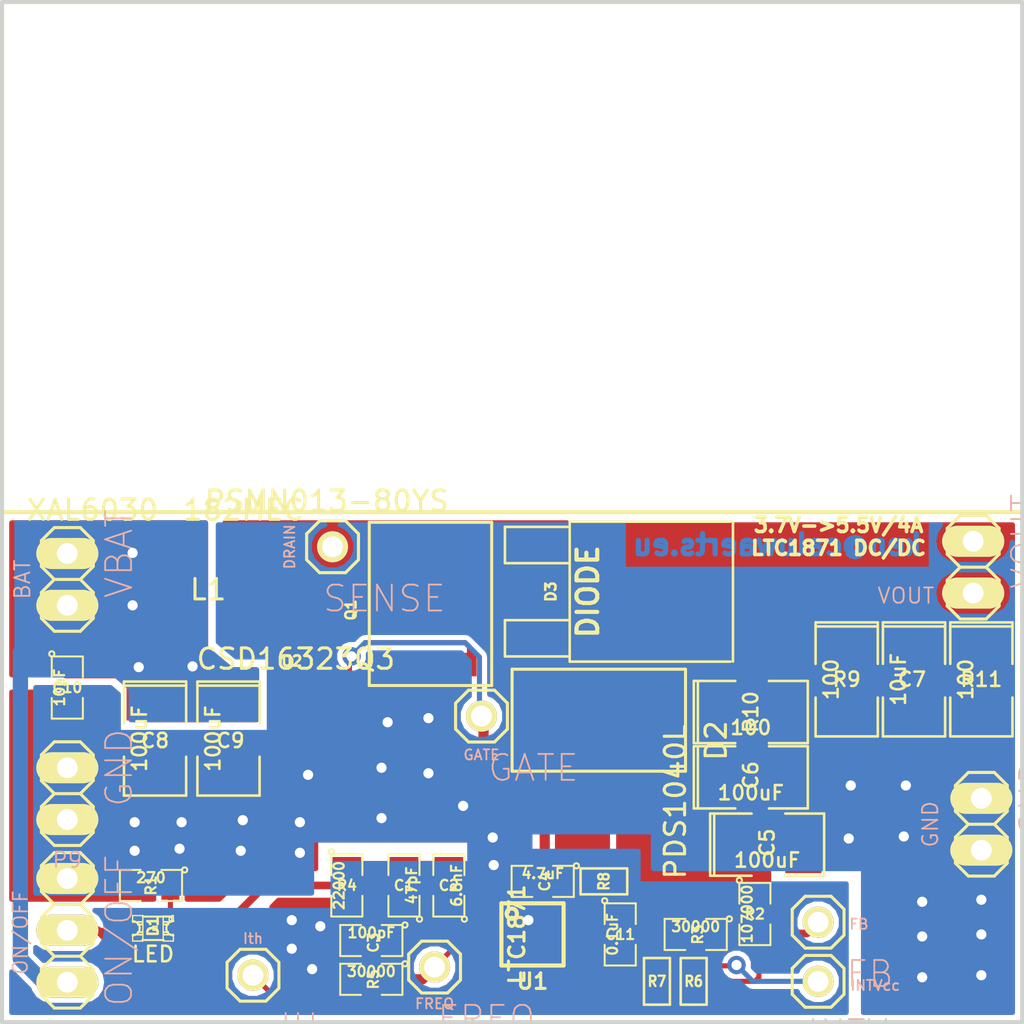
<source format=kicad_pcb>
(kicad_pcb (version 3) (host pcbnew "(2013-mar-13)-testing")

  (general
    (links 83)
    (no_connects 0)
    (area 11.699999 11.699999 63.21945 63.21945)
    (thickness 1.6)
    (drawings 7)
    (tracks 309)
    (zones 0)
    (modules 40)
    (nets 14)
  )

  (page A4)
  (layers
    (15 F.Cu signal hide)
    (0 B.Cu signal hide)
    (16 B.Adhes user)
    (17 F.Adhes user)
    (18 B.Paste user)
    (19 F.Paste user)
    (20 B.SilkS user)
    (21 F.SilkS user)
    (22 B.Mask user)
    (23 F.Mask user)
    (24 Dwgs.User user)
    (25 Cmts.User user)
    (26 Eco1.User user)
    (27 Eco2.User user)
    (28 Edge.Cuts user)
  )

  (setup
    (last_trace_width 0.25)
    (user_trace_width 0.25)
    (user_trace_width 0.375)
    (user_trace_width 0.5)
    (user_trace_width 0.75)
    (user_trace_width 1)
    (trace_clearance 0.2)
    (zone_clearance 0.5)
    (zone_45_only no)
    (trace_min 0.25)
    (segment_width 0.2)
    (edge_width 0.2)
    (via_size 0.9)
    (via_drill 0.5)
    (via_min_size 0.9)
    (via_min_drill 0.5)
    (uvia_size 0.9)
    (uvia_drill 0.5)
    (uvias_allowed no)
    (uvia_min_size 0.9)
    (uvia_min_drill 0.5)
    (pcb_text_width 0.3)
    (pcb_text_size 1.5 1.5)
    (mod_edge_width 0.15)
    (mod_text_size 1.5 1.5)
    (mod_text_width 0.15)
    (pad_size 1.9 2.45)
    (pad_drill 0)
    (pad_to_mask_clearance 0.2)
    (aux_axis_origin 0 0)
    (visible_elements FFFEFFFF)
    (pcbplotparams
      (layerselection 536838145)
      (usegerberextensions true)
      (excludeedgelayer true)
      (linewidth 0.100000)
      (plotframeref false)
      (viasonmask false)
      (mode 1)
      (useauxorigin false)
      (hpglpennumber 1)
      (hpglpenspeed 20)
      (hpglpendiameter 15)
      (hpglpenoverlay 2)
      (psnegative false)
      (psa4output false)
      (plotreference true)
      (plotvalue false)
      (plotothertext true)
      (plotinvisibletext false)
      (padsonsilk false)
      (subtractmaskfromsilk false)
      (outputformat 1)
      (mirror false)
      (drillshape 0)
      (scaleselection 1)
      (outputdirectory /home/ken/Documents/nasa/superball/tensegrity-powerboard/kicad_v2/gebers))
  )

  (net 0 "")
  (net 1 +BATT)
  (net 2 /DRAIN)
  (net 3 /FB)
  (net 4 /GATE)
  (net 5 /INTVcc)
  (net 6 /Ith)
  (net 7 /RUN)
  (net 8 GND)
  (net 9 N-0000010)
  (net 10 N-0000011)
  (net 11 N-000003)
  (net 12 N-000006)
  (net 13 VCC)

  (net_class Default "This is the default net class."
    (clearance 0.2)
    (trace_width 0.25)
    (via_dia 0.9)
    (via_drill 0.5)
    (uvia_dia 0.9)
    (uvia_drill 0.5)
    (add_net "")
    (add_net +BATT)
    (add_net /DRAIN)
    (add_net /FB)
    (add_net /GATE)
    (add_net /INTVcc)
    (add_net /Ith)
    (add_net /RUN)
    (add_net GND)
    (add_net N-0000010)
    (add_net N-0000011)
    (add_net N-000003)
    (add_net N-000006)
    (add_net VCC)
  )

  (module SM0805 (layer F.Cu) (tedit 536A6D28) (tstamp 536A2422)
    (at 31.5 55.1 90)
    (path /536A16A4)
    (attr smd)
    (fp_text reference C1 (at 0 0 180) (layer F.SilkS)
      (effects (font (size 0.50038 0.50038) (thickness 0.10922)))
    )
    (fp_text value 47pF (at 0 0.381 90) (layer F.SilkS)
      (effects (font (size 0.50038 0.50038) (thickness 0.10922)))
    )
    (fp_circle (center -1.651 0.762) (end -1.651 0.635) (layer F.SilkS) (width 0.09906))
    (fp_line (start -0.508 0.762) (end -1.524 0.762) (layer F.SilkS) (width 0.09906))
    (fp_line (start -1.524 0.762) (end -1.524 -0.762) (layer F.SilkS) (width 0.09906))
    (fp_line (start -1.524 -0.762) (end -0.508 -0.762) (layer F.SilkS) (width 0.09906))
    (fp_line (start 0.508 -0.762) (end 1.524 -0.762) (layer F.SilkS) (width 0.09906))
    (fp_line (start 1.524 -0.762) (end 1.524 0.762) (layer F.SilkS) (width 0.09906))
    (fp_line (start 1.524 0.762) (end 0.508 0.762) (layer F.SilkS) (width 0.09906))
    (pad 1 smd rect (at -0.9525 0 90) (size 0.889 1.397)
      (layers F.Cu F.Paste F.Mask)
      (net 6 /Ith)
    )
    (pad 2 smd rect (at 0.9525 0 90) (size 0.889 1.397)
      (layers F.Cu F.Paste F.Mask)
      (net 9 N-0000010)
    )
    (model smd/chip_cms.wrl
      (at (xyz 0 0 0))
      (scale (xyz 0.1 0.1 0.1))
      (rotate (xyz 0 0 0))
    )
  )

  (module SM0805 (layer F.Cu) (tedit 536A6D25) (tstamp 536A242F)
    (at 33.7 55.1 90)
    (path /536A16B1)
    (attr smd)
    (fp_text reference C2 (at 0 0 360) (layer F.SilkS)
      (effects (font (size 0.50038 0.50038) (thickness 0.10922)))
    )
    (fp_text value 6.8nF (at 0 0.381 90) (layer F.SilkS)
      (effects (font (size 0.50038 0.50038) (thickness 0.10922)))
    )
    (fp_circle (center -1.651 0.762) (end -1.651 0.635) (layer F.SilkS) (width 0.09906))
    (fp_line (start -0.508 0.762) (end -1.524 0.762) (layer F.SilkS) (width 0.09906))
    (fp_line (start -1.524 0.762) (end -1.524 -0.762) (layer F.SilkS) (width 0.09906))
    (fp_line (start -1.524 -0.762) (end -0.508 -0.762) (layer F.SilkS) (width 0.09906))
    (fp_line (start 0.508 -0.762) (end 1.524 -0.762) (layer F.SilkS) (width 0.09906))
    (fp_line (start 1.524 -0.762) (end 1.524 0.762) (layer F.SilkS) (width 0.09906))
    (fp_line (start 1.524 0.762) (end 0.508 0.762) (layer F.SilkS) (width 0.09906))
    (pad 1 smd rect (at -0.9525 0 90) (size 0.889 1.397)
      (layers F.Cu F.Paste F.Mask)
      (net 6 /Ith)
    )
    (pad 2 smd rect (at 0.9525 0 90) (size 0.889 1.397)
      (layers F.Cu F.Paste F.Mask)
      (net 9 N-0000010)
    )
    (model smd/chip_cms.wrl
      (at (xyz 0 0 0))
      (scale (xyz 0.1 0.1 0.1))
      (rotate (xyz 0 0 0))
    )
  )

  (module SM0805   locked (layer F.Cu) (tedit 536A6D1C) (tstamp 536A243C)
    (at 29.9 57.8 180)
    (path /536A2586)
    (attr smd)
    (fp_text reference C3 (at -0.1 -0.1 270) (layer F.SilkS)
      (effects (font (size 0.50038 0.50038) (thickness 0.10922)))
    )
    (fp_text value 100pF (at 0 0.381 180) (layer F.SilkS)
      (effects (font (size 0.50038 0.50038) (thickness 0.10922)))
    )
    (fp_circle (center -1.651 0.762) (end -1.651 0.635) (layer F.SilkS) (width 0.09906))
    (fp_line (start -0.508 0.762) (end -1.524 0.762) (layer F.SilkS) (width 0.09906))
    (fp_line (start -1.524 0.762) (end -1.524 -0.762) (layer F.SilkS) (width 0.09906))
    (fp_line (start -1.524 -0.762) (end -0.508 -0.762) (layer F.SilkS) (width 0.09906))
    (fp_line (start 0.508 -0.762) (end 1.524 -0.762) (layer F.SilkS) (width 0.09906))
    (fp_line (start 1.524 -0.762) (end 1.524 0.762) (layer F.SilkS) (width 0.09906))
    (fp_line (start 1.524 0.762) (end 0.508 0.762) (layer F.SilkS) (width 0.09906))
    (pad 1 smd rect (at -0.9525 0 180) (size 0.889 1.397)
      (layers F.Cu F.Paste F.Mask)
      (net 3 /FB)
    )
    (pad 2 smd rect (at 0.9525 0 180) (size 0.889 1.397)
      (layers F.Cu F.Paste F.Mask)
      (net 8 GND)
    )
    (model smd/chip_cms.wrl
      (at (xyz 0 0 0))
      (scale (xyz 0.1 0.1 0.1))
      (rotate (xyz 0 0 0))
    )
  )

  (module SM0805 (layer F.Cu) (tedit 536A6D38) (tstamp 536A2449)
    (at 38.3 54.9 180)
    (path /536A160A)
    (attr smd)
    (fp_text reference C4 (at -0.1 0 270) (layer F.SilkS)
      (effects (font (size 0.50038 0.50038) (thickness 0.10922)))
    )
    (fp_text value 4.7uF (at 0 0.381 180) (layer F.SilkS)
      (effects (font (size 0.50038 0.50038) (thickness 0.10922)))
    )
    (fp_circle (center -1.651 0.762) (end -1.651 0.635) (layer F.SilkS) (width 0.09906))
    (fp_line (start -0.508 0.762) (end -1.524 0.762) (layer F.SilkS) (width 0.09906))
    (fp_line (start -1.524 0.762) (end -1.524 -0.762) (layer F.SilkS) (width 0.09906))
    (fp_line (start -1.524 -0.762) (end -0.508 -0.762) (layer F.SilkS) (width 0.09906))
    (fp_line (start 0.508 -0.762) (end 1.524 -0.762) (layer F.SilkS) (width 0.09906))
    (fp_line (start 1.524 -0.762) (end 1.524 0.762) (layer F.SilkS) (width 0.09906))
    (fp_line (start 1.524 0.762) (end 0.508 0.762) (layer F.SilkS) (width 0.09906))
    (pad 1 smd rect (at -0.9525 0 180) (size 0.889 1.397)
      (layers F.Cu F.Paste F.Mask)
      (net 5 /INTVcc)
    )
    (pad 2 smd rect (at 0.9525 0 180) (size 0.889 1.397)
      (layers F.Cu F.Paste F.Mask)
      (net 8 GND)
    )
    (model smd/chip_cms.wrl
      (at (xyz 0 0 0))
      (scale (xyz 0.1 0.1 0.1))
      (rotate (xyz 0 0 0))
    )
  )

  (module SM1210L (layer F.Cu) (tedit 536A6D59) (tstamp 536A2456)
    (at 49.3 53.1)
    (tags "CMS SM")
    (path /536A17FE)
    (attr smd)
    (fp_text reference C5 (at 0 -0.1 90) (layer F.SilkS)
      (effects (font (size 0.7 0.7) (thickness 0.127)))
    )
    (fp_text value 100uF (at 0 0.762) (layer F.SilkS)
      (effects (font (size 0.7 0.7) (thickness 0.127)))
    )
    (fp_line (start -2.794 -1.524) (end -2.794 1.524) (layer F.SilkS) (width 0.127))
    (fp_line (start 0.889 1.524) (end 2.794 1.524) (layer F.SilkS) (width 0.127))
    (fp_line (start 2.794 1.524) (end 2.794 -1.524) (layer F.SilkS) (width 0.127))
    (fp_line (start 2.794 -1.524) (end 0.889 -1.524) (layer F.SilkS) (width 0.127))
    (fp_line (start -0.762 -1.524) (end -2.794 -1.524) (layer F.SilkS) (width 0.127))
    (fp_line (start -2.594 -1.524) (end -2.594 1.524) (layer F.SilkS) (width 0.127))
    (fp_line (start -2.794 1.524) (end -0.762 1.524) (layer F.SilkS) (width 0.127))
    (pad 1 smd rect (at -1.778 0) (size 1.778 2.794)
      (layers F.Cu F.Paste F.Mask)
      (net 13 VCC)
    )
    (pad 2 smd rect (at 1.778 0) (size 1.778 2.794)
      (layers F.Cu F.Paste F.Mask)
      (net 8 GND)
    )
    (model smd/chip_cms.wrl
      (at (xyz 0 0 0))
      (scale (xyz 0.2 0.2 0.2))
      (rotate (xyz 0 0 0))
    )
  )

  (module SM1210L (layer F.Cu) (tedit 536A6D99) (tstamp 536A2463)
    (at 48.5 49.8)
    (tags "CMS SM")
    (path /536A180B)
    (attr smd)
    (fp_text reference C6 (at 0 -0.1 90) (layer F.SilkS)
      (effects (font (size 0.7 0.7) (thickness 0.127)))
    )
    (fp_text value 100uF (at 0 0.762) (layer F.SilkS)
      (effects (font (size 0.7 0.7) (thickness 0.127)))
    )
    (fp_line (start -2.794 -1.524) (end -2.794 1.524) (layer F.SilkS) (width 0.127))
    (fp_line (start 0.889 1.524) (end 2.794 1.524) (layer F.SilkS) (width 0.127))
    (fp_line (start 2.794 1.524) (end 2.794 -1.524) (layer F.SilkS) (width 0.127))
    (fp_line (start 2.794 -1.524) (end 0.889 -1.524) (layer F.SilkS) (width 0.127))
    (fp_line (start -0.762 -1.524) (end -2.794 -1.524) (layer F.SilkS) (width 0.127))
    (fp_line (start -2.594 -1.524) (end -2.594 1.524) (layer F.SilkS) (width 0.127))
    (fp_line (start -2.794 1.524) (end -0.762 1.524) (layer F.SilkS) (width 0.127))
    (pad 1 smd rect (at -1.778 0) (size 1.778 2.794)
      (layers F.Cu F.Paste F.Mask)
      (net 13 VCC)
    )
    (pad 2 smd rect (at 1.778 0) (size 1.778 2.794)
      (layers F.Cu F.Paste F.Mask)
      (net 8 GND)
    )
    (model smd/chip_cms.wrl
      (at (xyz 0 0 0))
      (scale (xyz 0.2 0.2 0.2))
      (rotate (xyz 0 0 0))
    )
  )

  (module SM1210L (layer F.Cu) (tedit 536A6E00) (tstamp 536A2470)
    (at 56.5 45 270)
    (tags "CMS SM")
    (path /536A1811)
    (attr smd)
    (fp_text reference C7 (at 0 0.1 360) (layer F.SilkS)
      (effects (font (size 0.7 0.7) (thickness 0.127)))
    )
    (fp_text value 10uF (at 0 0.762 270) (layer F.SilkS)
      (effects (font (size 0.7 0.7) (thickness 0.127)))
    )
    (fp_line (start -2.794 -1.524) (end -2.794 1.524) (layer F.SilkS) (width 0.127))
    (fp_line (start 0.889 1.524) (end 2.794 1.524) (layer F.SilkS) (width 0.127))
    (fp_line (start 2.794 1.524) (end 2.794 -1.524) (layer F.SilkS) (width 0.127))
    (fp_line (start 2.794 -1.524) (end 0.889 -1.524) (layer F.SilkS) (width 0.127))
    (fp_line (start -0.762 -1.524) (end -2.794 -1.524) (layer F.SilkS) (width 0.127))
    (fp_line (start -2.594 -1.524) (end -2.594 1.524) (layer F.SilkS) (width 0.127))
    (fp_line (start -2.794 1.524) (end -0.762 1.524) (layer F.SilkS) (width 0.127))
    (pad 1 smd rect (at -1.778 0 270) (size 1.778 2.794)
      (layers F.Cu F.Paste F.Mask)
      (net 13 VCC)
    )
    (pad 2 smd rect (at 1.778 0 270) (size 1.778 2.794)
      (layers F.Cu F.Paste F.Mask)
      (net 8 GND)
    )
    (model smd/chip_cms.wrl
      (at (xyz 0 0 0))
      (scale (xyz 0.2 0.2 0.2))
      (rotate (xyz 0 0 0))
    )
  )

  (module LED-0805 (layer F.Cu) (tedit 536A6E12) (tstamp 536A24AB)
    (at 19.2 57.2)
    (descr "LED 0805 smd package")
    (tags "LED 0805 SMD")
    (path /536A3144)
    (attr smd)
    (fp_text reference D1 (at 0 -0.1 90) (layer F.SilkS)
      (effects (font (size 0.5 0.5) (thickness 0.125)))
    )
    (fp_text value LED (at 0 1.27) (layer F.SilkS)
      (effects (font (size 0.762 0.762) (thickness 0.127)))
    )
    (fp_line (start 0.49784 0.29972) (end 0.49784 0.62484) (layer F.SilkS) (width 0.06604))
    (fp_line (start 0.49784 0.62484) (end 0.99822 0.62484) (layer F.SilkS) (width 0.06604))
    (fp_line (start 0.99822 0.29972) (end 0.99822 0.62484) (layer F.SilkS) (width 0.06604))
    (fp_line (start 0.49784 0.29972) (end 0.99822 0.29972) (layer F.SilkS) (width 0.06604))
    (fp_line (start 0.49784 -0.32258) (end 0.49784 -0.17272) (layer F.SilkS) (width 0.06604))
    (fp_line (start 0.49784 -0.17272) (end 0.7493 -0.17272) (layer F.SilkS) (width 0.06604))
    (fp_line (start 0.7493 -0.32258) (end 0.7493 -0.17272) (layer F.SilkS) (width 0.06604))
    (fp_line (start 0.49784 -0.32258) (end 0.7493 -0.32258) (layer F.SilkS) (width 0.06604))
    (fp_line (start 0.49784 0.17272) (end 0.49784 0.32258) (layer F.SilkS) (width 0.06604))
    (fp_line (start 0.49784 0.32258) (end 0.7493 0.32258) (layer F.SilkS) (width 0.06604))
    (fp_line (start 0.7493 0.17272) (end 0.7493 0.32258) (layer F.SilkS) (width 0.06604))
    (fp_line (start 0.49784 0.17272) (end 0.7493 0.17272) (layer F.SilkS) (width 0.06604))
    (fp_line (start 0.49784 -0.19812) (end 0.49784 0.19812) (layer F.SilkS) (width 0.06604))
    (fp_line (start 0.49784 0.19812) (end 0.6731 0.19812) (layer F.SilkS) (width 0.06604))
    (fp_line (start 0.6731 -0.19812) (end 0.6731 0.19812) (layer F.SilkS) (width 0.06604))
    (fp_line (start 0.49784 -0.19812) (end 0.6731 -0.19812) (layer F.SilkS) (width 0.06604))
    (fp_line (start -0.99822 0.29972) (end -0.99822 0.62484) (layer F.SilkS) (width 0.06604))
    (fp_line (start -0.99822 0.62484) (end -0.49784 0.62484) (layer F.SilkS) (width 0.06604))
    (fp_line (start -0.49784 0.29972) (end -0.49784 0.62484) (layer F.SilkS) (width 0.06604))
    (fp_line (start -0.99822 0.29972) (end -0.49784 0.29972) (layer F.SilkS) (width 0.06604))
    (fp_line (start -0.99822 -0.62484) (end -0.99822 -0.29972) (layer F.SilkS) (width 0.06604))
    (fp_line (start -0.99822 -0.29972) (end -0.49784 -0.29972) (layer F.SilkS) (width 0.06604))
    (fp_line (start -0.49784 -0.62484) (end -0.49784 -0.29972) (layer F.SilkS) (width 0.06604))
    (fp_line (start -0.99822 -0.62484) (end -0.49784 -0.62484) (layer F.SilkS) (width 0.06604))
    (fp_line (start -0.7493 0.17272) (end -0.7493 0.32258) (layer F.SilkS) (width 0.06604))
    (fp_line (start -0.7493 0.32258) (end -0.49784 0.32258) (layer F.SilkS) (width 0.06604))
    (fp_line (start -0.49784 0.17272) (end -0.49784 0.32258) (layer F.SilkS) (width 0.06604))
    (fp_line (start -0.7493 0.17272) (end -0.49784 0.17272) (layer F.SilkS) (width 0.06604))
    (fp_line (start -0.7493 -0.32258) (end -0.7493 -0.17272) (layer F.SilkS) (width 0.06604))
    (fp_line (start -0.7493 -0.17272) (end -0.49784 -0.17272) (layer F.SilkS) (width 0.06604))
    (fp_line (start -0.49784 -0.32258) (end -0.49784 -0.17272) (layer F.SilkS) (width 0.06604))
    (fp_line (start -0.7493 -0.32258) (end -0.49784 -0.32258) (layer F.SilkS) (width 0.06604))
    (fp_line (start -0.6731 -0.19812) (end -0.6731 0.19812) (layer F.SilkS) (width 0.06604))
    (fp_line (start -0.6731 0.19812) (end -0.49784 0.19812) (layer F.SilkS) (width 0.06604))
    (fp_line (start -0.49784 -0.19812) (end -0.49784 0.19812) (layer F.SilkS) (width 0.06604))
    (fp_line (start -0.6731 -0.19812) (end -0.49784 -0.19812) (layer F.SilkS) (width 0.06604))
    (fp_line (start 0 -0.09906) (end 0 0.09906) (layer F.SilkS) (width 0.06604))
    (fp_line (start 0 0.09906) (end 0.19812 0.09906) (layer F.SilkS) (width 0.06604))
    (fp_line (start 0.19812 -0.09906) (end 0.19812 0.09906) (layer F.SilkS) (width 0.06604))
    (fp_line (start 0 -0.09906) (end 0.19812 -0.09906) (layer F.SilkS) (width 0.06604))
    (fp_line (start 0.49784 -0.59944) (end 0.49784 -0.29972) (layer F.SilkS) (width 0.06604))
    (fp_line (start 0.49784 -0.29972) (end 0.79756 -0.29972) (layer F.SilkS) (width 0.06604))
    (fp_line (start 0.79756 -0.59944) (end 0.79756 -0.29972) (layer F.SilkS) (width 0.06604))
    (fp_line (start 0.49784 -0.59944) (end 0.79756 -0.59944) (layer F.SilkS) (width 0.06604))
    (fp_line (start 0.92456 -0.62484) (end 0.92456 -0.39878) (layer F.SilkS) (width 0.06604))
    (fp_line (start 0.92456 -0.39878) (end 0.99822 -0.39878) (layer F.SilkS) (width 0.06604))
    (fp_line (start 0.99822 -0.62484) (end 0.99822 -0.39878) (layer F.SilkS) (width 0.06604))
    (fp_line (start 0.92456 -0.62484) (end 0.99822 -0.62484) (layer F.SilkS) (width 0.06604))
    (fp_line (start 0.52324 0.57404) (end -0.52324 0.57404) (layer F.SilkS) (width 0.1016))
    (fp_line (start -0.49784 -0.57404) (end 0.92456 -0.57404) (layer F.SilkS) (width 0.1016))
    (fp_circle (center 0.84836 -0.44958) (end 0.89916 -0.50038) (layer F.SilkS) (width 0.0508))
    (fp_arc (start 0.99822 0) (end 0.99822 0.34798) (angle 180) (layer F.SilkS) (width 0.1016))
    (fp_arc (start -0.99822 0) (end -0.99822 -0.34798) (angle 180) (layer F.SilkS) (width 0.1016))
    (pad 1 smd rect (at -1.04902 0) (size 1.19888 1.19888)
      (layers F.Cu F.Paste F.Mask)
      (net 7 /RUN)
    )
    (pad 2 smd rect (at 1.04902 0) (size 1.19888 1.19888)
      (layers F.Cu F.Paste F.Mask)
      (net 12 N-000006)
    )
  )

  (module PDS1040L (layer F.Cu) (tedit 52B75B8F) (tstamp 536A24B7)
    (at 42.3 47 270)
    (path /536A1E1F)
    (fp_text reference D2 (at 1 -4.5 270) (layer F.SilkS)
      (effects (font (size 1 1) (thickness 0.15)))
    )
    (fp_text value PDS1040L (at 4 -2.5 270) (layer F.SilkS)
      (effects (font (size 1 1) (thickness 0.15)))
    )
    (fp_line (start -2.5 -3) (end 2.5 -3) (layer F.SilkS) (width 0.15))
    (fp_line (start 2.5 -3) (end 2.5 5.5) (layer F.SilkS) (width 0.15))
    (fp_line (start 2.5 5.5) (end -2 5.5) (layer F.SilkS) (width 0.15))
    (fp_line (start -2 5.5) (end -2.5 5.5) (layer F.SilkS) (width 0.15))
    (fp_line (start -2.5 5.5) (end -2.5 -3) (layer F.SilkS) (width 0.15))
    (pad 1 smd rect (at -0.92 3.982 270) (size 1.4 1.4)
      (layers F.Cu F.Paste F.Mask)
      (net 2 /DRAIN)
    )
    (pad 1 smd rect (at 0.92 3.982 270) (size 1.4 1.4)
      (layers F.Cu F.Paste F.Mask)
      (net 2 /DRAIN)
    )
    (pad 2 smd rect (at 0 0 270) (size 3.36 4.86)
      (layers F.Cu F.Paste F.Mask)
      (net 13 VCC)
    )
  )

  (module DPAK2 (layer F.Cu) (tedit 536A6DF8) (tstamp 536A24C9)
    (at 38.1 40.7 270)
    (descr "MOS boitier DPACK G-D-S")
    (tags "CMD DPACK")
    (path /536A1AB8)
    (attr smd)
    (fp_text reference D3 (at 0 -0.6 450) (layer F.SilkS)
      (effects (font (size 0.5 0.5) (thickness 0.125)))
    )
    (fp_text value DIODE (at 0 -2.413 270) (layer F.SilkS)
      (effects (font (size 1.016 1.016) (thickness 0.2032)))
    )
    (fp_line (start 1.397 -1.524) (end 1.397 1.651) (layer F.SilkS) (width 0.127))
    (fp_line (start 1.397 1.651) (end 3.175 1.651) (layer F.SilkS) (width 0.127))
    (fp_line (start 3.175 1.651) (end 3.175 -1.524) (layer F.SilkS) (width 0.127))
    (fp_line (start -3.175 -1.524) (end -3.175 1.651) (layer F.SilkS) (width 0.127))
    (fp_line (start -3.175 1.651) (end -1.397 1.651) (layer F.SilkS) (width 0.127))
    (fp_line (start -1.397 1.651) (end -1.397 -1.524) (layer F.SilkS) (width 0.127))
    (fp_line (start 3.429 -7.62) (end 3.429 -1.524) (layer F.SilkS) (width 0.127))
    (fp_line (start 3.429 -1.524) (end -3.429 -1.524) (layer F.SilkS) (width 0.127))
    (fp_line (start -3.429 -1.524) (end -3.429 -9.398) (layer F.SilkS) (width 0.127))
    (fp_line (start -3.429 -9.525) (end 3.429 -9.525) (layer F.SilkS) (width 0.127))
    (fp_line (start 3.429 -9.398) (end 3.429 -7.62) (layer F.SilkS) (width 0.127))
    (pad 1 smd rect (at -2.286 0 270) (size 1.651 3.048)
      (layers F.Cu F.Paste F.Mask)
      (net 2 /DRAIN)
    )
    (pad 2 smd rect (at 0 -6.35 270) (size 6.096 6.096)
      (layers F.Cu F.Paste F.Mask)
      (net 13 VCC)
    )
    (pad 3 smd rect (at 2.286 0 270) (size 1.651 3.048)
      (layers F.Cu F.Paste F.Mask)
      (net 2 /DRAIN)
    )
    (model smd/dpack_2.wrl
      (at (xyz 0 0 0))
      (scale (xyz 1 1 1))
      (rotate (xyz 0 0 0))
    )
  )

  (module pinhead-1X03 (layer F.Cu) (tedit 536A71CB) (tstamp 536A24F2)
    (at 15 57.3 90)
    (descr "PIN HEADER")
    (tags "PIN HEADER")
    (path /536A1432)
    (attr virtual)
    (fp_text reference ON/OFF (at -0.1 -2.3 90) (layer B.SilkS)
      (effects (font (size 0.7 0.7) (thickness 0.0889)))
    )
    (fp_text value ON/OFF (at 0 2.54 90) (layer B.SilkS)
      (effects (font (size 1.27 1.27) (thickness 0.0889)))
    )
    (fp_line (start -0.254 0.254) (end 0.254 0.254) (layer F.SilkS) (width 0.06604))
    (fp_line (start 0.254 0.254) (end 0.254 -0.254) (layer F.SilkS) (width 0.06604))
    (fp_line (start -0.254 -0.254) (end 0.254 -0.254) (layer F.SilkS) (width 0.06604))
    (fp_line (start -0.254 0.254) (end -0.254 -0.254) (layer F.SilkS) (width 0.06604))
    (fp_line (start -2.794 0.254) (end -2.286 0.254) (layer F.SilkS) (width 0.06604))
    (fp_line (start -2.286 0.254) (end -2.286 -0.254) (layer F.SilkS) (width 0.06604))
    (fp_line (start -2.794 -0.254) (end -2.286 -0.254) (layer F.SilkS) (width 0.06604))
    (fp_line (start -2.794 0.254) (end -2.794 -0.254) (layer F.SilkS) (width 0.06604))
    (fp_line (start 2.286 0.254) (end 2.794 0.254) (layer F.SilkS) (width 0.06604))
    (fp_line (start 2.794 0.254) (end 2.794 -0.254) (layer F.SilkS) (width 0.06604))
    (fp_line (start 2.286 -0.254) (end 2.794 -0.254) (layer F.SilkS) (width 0.06604))
    (fp_line (start 2.286 0.254) (end 2.286 -0.254) (layer F.SilkS) (width 0.06604))
    (fp_line (start -3.175 -1.27) (end -1.905 -1.27) (layer F.SilkS) (width 0.1524))
    (fp_line (start -1.905 -1.27) (end -1.27 -0.635) (layer F.SilkS) (width 0.1524))
    (fp_line (start -1.27 -0.635) (end -1.27 0.635) (layer F.SilkS) (width 0.1524))
    (fp_line (start -1.27 0.635) (end -1.905 1.27) (layer F.SilkS) (width 0.1524))
    (fp_line (start -1.27 -0.635) (end -0.635 -1.27) (layer F.SilkS) (width 0.1524))
    (fp_line (start -0.635 -1.27) (end 0.635 -1.27) (layer F.SilkS) (width 0.1524))
    (fp_line (start 0.635 -1.27) (end 1.27 -0.635) (layer F.SilkS) (width 0.1524))
    (fp_line (start 1.27 -0.635) (end 1.27 0.635) (layer F.SilkS) (width 0.1524))
    (fp_line (start 1.27 0.635) (end 0.635 1.27) (layer F.SilkS) (width 0.1524))
    (fp_line (start 0.635 1.27) (end -0.635 1.27) (layer F.SilkS) (width 0.1524))
    (fp_line (start -0.635 1.27) (end -1.27 0.635) (layer F.SilkS) (width 0.1524))
    (fp_line (start -3.81 -0.635) (end -3.81 0.635) (layer F.SilkS) (width 0.1524))
    (fp_line (start -3.175 -1.27) (end -3.81 -0.635) (layer F.SilkS) (width 0.1524))
    (fp_line (start -3.81 0.635) (end -3.175 1.27) (layer F.SilkS) (width 0.1524))
    (fp_line (start -1.905 1.27) (end -3.175 1.27) (layer F.SilkS) (width 0.1524))
    (fp_line (start 1.27 -0.635) (end 1.905 -1.27) (layer F.SilkS) (width 0.1524))
    (fp_line (start 1.905 -1.27) (end 3.175 -1.27) (layer F.SilkS) (width 0.1524))
    (fp_line (start 3.175 -1.27) (end 3.81 -0.635) (layer F.SilkS) (width 0.1524))
    (fp_line (start 3.81 -0.635) (end 3.81 0.635) (layer F.SilkS) (width 0.1524))
    (fp_line (start 3.81 0.635) (end 3.175 1.27) (layer F.SilkS) (width 0.1524))
    (fp_line (start 3.175 1.27) (end 1.905 1.27) (layer F.SilkS) (width 0.1524))
    (fp_line (start 1.905 1.27) (end 1.27 0.635) (layer F.SilkS) (width 0.1524))
    (pad 1 thru_hole oval (at -2.54 0 90) (size 1.524 3.048) (drill 1.016)
      (layers *.Cu F.Paste F.SilkS F.Mask)
      (net 1 +BATT)
    )
    (pad 2 thru_hole oval (at 0 0 90) (size 1.524 3.048) (drill 1.016)
      (layers *.Cu F.Paste F.SilkS F.Mask)
      (net 7 /RUN)
    )
    (pad 3 thru_hole oval (at 2.54 0 90) (size 1.524 3.048) (drill 1.016)
      (layers *.Cu F.Paste F.SilkS F.Mask)
      (net 8 GND)
    )
  )

  (module XAL60xx (layer F.Cu) (tedit 536A6DBF) (tstamp 536A24F8)
    (at 19.8 40.6)
    (path /536A1997)
    (fp_text reference L1 (at 2.1 0) (layer F.SilkS)
      (effects (font (size 1 1) (thickness 0.15)))
    )
    (fp_text value XAL6030-182MEC (at 0 -3.9) (layer F.SilkS)
      (effects (font (size 1 1) (thickness 0.15)))
    )
    (pad 1 smd rect (at 0 0) (size 1.43 5.33)
      (layers F.Cu F.Paste F.Mask)
      (net 1 +BATT)
    )
    (pad 2 smd rect (at 4.04 0) (size 1.43 5.33)
      (layers F.Cu F.Paste F.Mask)
      (net 2 /DRAIN)
    )
  )

  (module pinhead-1X01 (layer F.Cu) (tedit 536A71B4) (tstamp 536A2509)
    (at 24.1 59.5)
    (descr "PIN HEADER")
    (tags "PIN HEADER")
    (path /536A35B6)
    (attr virtual)
    (fp_text reference Ith (at 0 -1.8) (layer B.SilkS)
      (effects (font (size 0.5 0.5) (thickness 0.0889)))
    )
    (fp_text value Ith (at 2.54 2.54) (layer B.SilkS)
      (effects (font (size 1.27 1.27) (thickness 0.0889)))
    )
    (fp_line (start -0.254 0.254) (end 0.254 0.254) (layer F.SilkS) (width 0.06604))
    (fp_line (start 0.254 0.254) (end 0.254 -0.254) (layer F.SilkS) (width 0.06604))
    (fp_line (start -0.254 -0.254) (end 0.254 -0.254) (layer F.SilkS) (width 0.06604))
    (fp_line (start -0.254 0.254) (end -0.254 -0.254) (layer F.SilkS) (width 0.06604))
    (fp_line (start -0.635 -1.27) (end 0.635 -1.27) (layer F.SilkS) (width 0.1524))
    (fp_line (start 0.635 -1.27) (end 1.27 -0.635) (layer F.SilkS) (width 0.1524))
    (fp_line (start 1.27 -0.635) (end 1.27 0.635) (layer F.SilkS) (width 0.1524))
    (fp_line (start 1.27 0.635) (end 0.635 1.27) (layer F.SilkS) (width 0.1524))
    (fp_line (start -1.27 -0.635) (end -1.27 0.635) (layer F.SilkS) (width 0.1524))
    (fp_line (start -0.635 -1.27) (end -1.27 -0.635) (layer F.SilkS) (width 0.1524))
    (fp_line (start -1.27 0.635) (end -0.635 1.27) (layer F.SilkS) (width 0.1524))
    (fp_line (start 0.635 1.27) (end -0.635 1.27) (layer F.SilkS) (width 0.1524))
    (pad 1 thru_hole circle (at 0 0) (size 1.524 3.048) (drill 1.016)
      (layers *.Cu F.Paste F.SilkS F.Mask)
      (net 6 /Ith)
    )
  )

  (module pinhead-1X01 (layer F.Cu) (tedit 536A70C7) (tstamp 536A251A)
    (at 51.8 56.9)
    (descr "PIN HEADER")
    (tags "PIN HEADER")
    (path /536A361B)
    (attr virtual)
    (fp_text reference FB (at 2 0.1) (layer B.SilkS)
      (effects (font (size 0.5 0.5) (thickness 0.0889)))
    )
    (fp_text value FB (at 2.54 2.54) (layer B.SilkS)
      (effects (font (size 1.27 1.27) (thickness 0.0889)))
    )
    (fp_line (start -0.254 0.254) (end 0.254 0.254) (layer F.SilkS) (width 0.06604))
    (fp_line (start 0.254 0.254) (end 0.254 -0.254) (layer F.SilkS) (width 0.06604))
    (fp_line (start -0.254 -0.254) (end 0.254 -0.254) (layer F.SilkS) (width 0.06604))
    (fp_line (start -0.254 0.254) (end -0.254 -0.254) (layer F.SilkS) (width 0.06604))
    (fp_line (start -0.635 -1.27) (end 0.635 -1.27) (layer F.SilkS) (width 0.1524))
    (fp_line (start 0.635 -1.27) (end 1.27 -0.635) (layer F.SilkS) (width 0.1524))
    (fp_line (start 1.27 -0.635) (end 1.27 0.635) (layer F.SilkS) (width 0.1524))
    (fp_line (start 1.27 0.635) (end 0.635 1.27) (layer F.SilkS) (width 0.1524))
    (fp_line (start -1.27 -0.635) (end -1.27 0.635) (layer F.SilkS) (width 0.1524))
    (fp_line (start -0.635 -1.27) (end -1.27 -0.635) (layer F.SilkS) (width 0.1524))
    (fp_line (start -1.27 0.635) (end -0.635 1.27) (layer F.SilkS) (width 0.1524))
    (fp_line (start 0.635 1.27) (end -0.635 1.27) (layer F.SilkS) (width 0.1524))
    (pad 1 thru_hole circle (at 0 0) (size 1.524 3.048) (drill 1.016)
      (layers *.Cu F.Paste F.SilkS F.Mask)
      (net 3 /FB)
    )
  )

  (module pinhead-1X01 (layer F.Cu) (tedit 536A7221) (tstamp 536A252B)
    (at 33 59.1)
    (descr "PIN HEADER")
    (tags "PIN HEADER")
    (path /536A3689)
    (attr virtual)
    (fp_text reference FREQ (at 0 1.8) (layer B.SilkS)
      (effects (font (size 0.5 0.5) (thickness 0.0889)))
    )
    (fp_text value FREQ (at 2.54 2.54) (layer B.SilkS)
      (effects (font (size 1.27 1.27) (thickness 0.0889)))
    )
    (fp_line (start -0.254 0.254) (end 0.254 0.254) (layer F.SilkS) (width 0.06604))
    (fp_line (start 0.254 0.254) (end 0.254 -0.254) (layer F.SilkS) (width 0.06604))
    (fp_line (start -0.254 -0.254) (end 0.254 -0.254) (layer F.SilkS) (width 0.06604))
    (fp_line (start -0.254 0.254) (end -0.254 -0.254) (layer F.SilkS) (width 0.06604))
    (fp_line (start -0.635 -1.27) (end 0.635 -1.27) (layer F.SilkS) (width 0.1524))
    (fp_line (start 0.635 -1.27) (end 1.27 -0.635) (layer F.SilkS) (width 0.1524))
    (fp_line (start 1.27 -0.635) (end 1.27 0.635) (layer F.SilkS) (width 0.1524))
    (fp_line (start 1.27 0.635) (end 0.635 1.27) (layer F.SilkS) (width 0.1524))
    (fp_line (start -1.27 -0.635) (end -1.27 0.635) (layer F.SilkS) (width 0.1524))
    (fp_line (start -0.635 -1.27) (end -1.27 -0.635) (layer F.SilkS) (width 0.1524))
    (fp_line (start -1.27 0.635) (end -0.635 1.27) (layer F.SilkS) (width 0.1524))
    (fp_line (start 0.635 1.27) (end -0.635 1.27) (layer F.SilkS) (width 0.1524))
    (pad 1 thru_hole circle (at 0 0) (size 1.524 3.048) (drill 1.016)
      (layers *.Cu F.Paste F.SilkS F.Mask)
      (net 11 N-000003)
    )
  )

  (module pinhead-1X01 (layer F.Cu) (tedit 536A711E) (tstamp 536A253C)
    (at 28 38.5)
    (descr "PIN HEADER")
    (tags "PIN HEADER")
    (path /536A3535)
    (attr virtual)
    (fp_text reference DRAIN (at -2.1 0 90) (layer B.SilkS)
      (effects (font (size 0.5 0.5) (thickness 0.0889)))
    )
    (fp_text value SENSE (at 2.54 2.54) (layer B.SilkS)
      (effects (font (size 1.27 1.27) (thickness 0.0889)))
    )
    (fp_line (start -0.254 0.254) (end 0.254 0.254) (layer F.SilkS) (width 0.06604))
    (fp_line (start 0.254 0.254) (end 0.254 -0.254) (layer F.SilkS) (width 0.06604))
    (fp_line (start -0.254 -0.254) (end 0.254 -0.254) (layer F.SilkS) (width 0.06604))
    (fp_line (start -0.254 0.254) (end -0.254 -0.254) (layer F.SilkS) (width 0.06604))
    (fp_line (start -0.635 -1.27) (end 0.635 -1.27) (layer F.SilkS) (width 0.1524))
    (fp_line (start 0.635 -1.27) (end 1.27 -0.635) (layer F.SilkS) (width 0.1524))
    (fp_line (start 1.27 -0.635) (end 1.27 0.635) (layer F.SilkS) (width 0.1524))
    (fp_line (start 1.27 0.635) (end 0.635 1.27) (layer F.SilkS) (width 0.1524))
    (fp_line (start -1.27 -0.635) (end -1.27 0.635) (layer F.SilkS) (width 0.1524))
    (fp_line (start -0.635 -1.27) (end -1.27 -0.635) (layer F.SilkS) (width 0.1524))
    (fp_line (start -1.27 0.635) (end -0.635 1.27) (layer F.SilkS) (width 0.1524))
    (fp_line (start 0.635 1.27) (end -0.635 1.27) (layer F.SilkS) (width 0.1524))
    (pad 1 thru_hole circle (at 0 0) (size 1.524 3.048) (drill 1.016)
      (layers *.Cu F.Paste F.SilkS F.Mask)
      (net 2 /DRAIN)
    )
  )

  (module pinhead-1X01 (layer F.Cu) (tedit 536A7131) (tstamp 536A254D)
    (at 35.3 46.8)
    (descr "PIN HEADER")
    (tags "PIN HEADER")
    (path /536A36FF)
    (attr virtual)
    (fp_text reference GATE (at 0 1.9) (layer B.SilkS)
      (effects (font (size 0.5 0.5) (thickness 0.0889)))
    )
    (fp_text value GATE (at 2.54 2.54) (layer B.SilkS)
      (effects (font (size 1.27 1.27) (thickness 0.0889)))
    )
    (fp_line (start -0.254 0.254) (end 0.254 0.254) (layer F.SilkS) (width 0.06604))
    (fp_line (start 0.254 0.254) (end 0.254 -0.254) (layer F.SilkS) (width 0.06604))
    (fp_line (start -0.254 -0.254) (end 0.254 -0.254) (layer F.SilkS) (width 0.06604))
    (fp_line (start -0.254 0.254) (end -0.254 -0.254) (layer F.SilkS) (width 0.06604))
    (fp_line (start -0.635 -1.27) (end 0.635 -1.27) (layer F.SilkS) (width 0.1524))
    (fp_line (start 0.635 -1.27) (end 1.27 -0.635) (layer F.SilkS) (width 0.1524))
    (fp_line (start 1.27 -0.635) (end 1.27 0.635) (layer F.SilkS) (width 0.1524))
    (fp_line (start 1.27 0.635) (end 0.635 1.27) (layer F.SilkS) (width 0.1524))
    (fp_line (start -1.27 -0.635) (end -1.27 0.635) (layer F.SilkS) (width 0.1524))
    (fp_line (start -0.635 -1.27) (end -1.27 -0.635) (layer F.SilkS) (width 0.1524))
    (fp_line (start -1.27 0.635) (end -0.635 1.27) (layer F.SilkS) (width 0.1524))
    (fp_line (start 0.635 1.27) (end -0.635 1.27) (layer F.SilkS) (width 0.1524))
    (pad 1 thru_hole circle (at 0 0) (size 1.524 3.048) (drill 1.016)
      (layers *.Cu F.Paste F.SilkS F.Mask)
      (net 4 /GATE)
    )
  )

  (module pinhead-1X01 (layer F.Cu) (tedit 536A70C5) (tstamp 536A255E)
    (at 51.8 59.8)
    (descr "PIN HEADER")
    (tags "PIN HEADER")
    (path /536A376F)
    (attr virtual)
    (fp_text reference INTVcc (at 2.8 0.2) (layer B.SilkS)
      (effects (font (size 0.5 0.5) (thickness 0.0889)))
    )
    (fp_text value INTVcc (at 2.54 2.54) (layer B.SilkS)
      (effects (font (size 1.27 1.27) (thickness 0.0889)))
    )
    (fp_line (start -0.254 0.254) (end 0.254 0.254) (layer F.SilkS) (width 0.06604))
    (fp_line (start 0.254 0.254) (end 0.254 -0.254) (layer F.SilkS) (width 0.06604))
    (fp_line (start -0.254 -0.254) (end 0.254 -0.254) (layer F.SilkS) (width 0.06604))
    (fp_line (start -0.254 0.254) (end -0.254 -0.254) (layer F.SilkS) (width 0.06604))
    (fp_line (start -0.635 -1.27) (end 0.635 -1.27) (layer F.SilkS) (width 0.1524))
    (fp_line (start 0.635 -1.27) (end 1.27 -0.635) (layer F.SilkS) (width 0.1524))
    (fp_line (start 1.27 -0.635) (end 1.27 0.635) (layer F.SilkS) (width 0.1524))
    (fp_line (start 1.27 0.635) (end 0.635 1.27) (layer F.SilkS) (width 0.1524))
    (fp_line (start -1.27 -0.635) (end -1.27 0.635) (layer F.SilkS) (width 0.1524))
    (fp_line (start -0.635 -1.27) (end -1.27 -0.635) (layer F.SilkS) (width 0.1524))
    (fp_line (start -1.27 0.635) (end -0.635 1.27) (layer F.SilkS) (width 0.1524))
    (fp_line (start 0.635 1.27) (end -0.635 1.27) (layer F.SilkS) (width 0.1524))
    (pad 1 thru_hole circle (at 0 0) (size 1.524 3.048) (drill 1.016)
      (layers *.Cu F.Paste F.SilkS F.Mask)
      (net 5 /INTVcc)
    )
  )

  (module pinhead-1X02 (layer F.Cu) (tedit 536A72D1) (tstamp 536A257B)
    (at 59.4 39.5 90)
    (descr "PIN HEADER")
    (tags "PIN HEADER")
    (path /536A2B58)
    (attr virtual)
    (fp_text reference VOUT (at -1.4 -3.3 180) (layer B.SilkS)
      (effects (font (size 0.75 0.75) (thickness 0.0889)))
    )
    (fp_text value VOUT (at 1.27 2.54 90) (layer B.SilkS)
      (effects (font (size 1.27 1.27) (thickness 0.0889)))
    )
    (fp_line (start -1.524 0.254) (end -1.016 0.254) (layer F.SilkS) (width 0.06604))
    (fp_line (start -1.016 0.254) (end -1.016 -0.254) (layer F.SilkS) (width 0.06604))
    (fp_line (start -1.524 -0.254) (end -1.016 -0.254) (layer F.SilkS) (width 0.06604))
    (fp_line (start -1.524 0.254) (end -1.524 -0.254) (layer F.SilkS) (width 0.06604))
    (fp_line (start 1.016 0.254) (end 1.524 0.254) (layer F.SilkS) (width 0.06604))
    (fp_line (start 1.524 0.254) (end 1.524 -0.254) (layer F.SilkS) (width 0.06604))
    (fp_line (start 1.016 -0.254) (end 1.524 -0.254) (layer F.SilkS) (width 0.06604))
    (fp_line (start 1.016 0.254) (end 1.016 -0.254) (layer F.SilkS) (width 0.06604))
    (fp_line (start -1.905 -1.27) (end -0.635 -1.27) (layer F.SilkS) (width 0.1524))
    (fp_line (start -0.635 -1.27) (end 0 -0.635) (layer F.SilkS) (width 0.1524))
    (fp_line (start 0 -0.635) (end 0 0.635) (layer F.SilkS) (width 0.1524))
    (fp_line (start 0 0.635) (end -0.635 1.27) (layer F.SilkS) (width 0.1524))
    (fp_line (start -2.54 -0.635) (end -2.54 0.635) (layer F.SilkS) (width 0.1524))
    (fp_line (start -1.905 -1.27) (end -2.54 -0.635) (layer F.SilkS) (width 0.1524))
    (fp_line (start -2.54 0.635) (end -1.905 1.27) (layer F.SilkS) (width 0.1524))
    (fp_line (start -0.635 1.27) (end -1.905 1.27) (layer F.SilkS) (width 0.1524))
    (fp_line (start 0 -0.635) (end 0.635 -1.27) (layer F.SilkS) (width 0.1524))
    (fp_line (start 0.635 -1.27) (end 1.905 -1.27) (layer F.SilkS) (width 0.1524))
    (fp_line (start 1.905 -1.27) (end 2.54 -0.635) (layer F.SilkS) (width 0.1524))
    (fp_line (start 2.54 -0.635) (end 2.54 0.635) (layer F.SilkS) (width 0.1524))
    (fp_line (start 2.54 0.635) (end 1.905 1.27) (layer F.SilkS) (width 0.1524))
    (fp_line (start 1.905 1.27) (end 0.635 1.27) (layer F.SilkS) (width 0.1524))
    (fp_line (start 0.635 1.27) (end 0 0.635) (layer F.SilkS) (width 0.1524))
    (pad 1 thru_hole oval (at -1.27 0 90) (size 1.524 3.048) (drill 1.016)
      (layers *.Cu *.Mask F.Paste F.SilkS)
      (net 13 VCC)
    )
    (pad 2 thru_hole oval (at 1.27 0 90) (size 1.524 3.048) (drill 1.016)
      (layers *.Cu *.Mask F.Paste F.SilkS)
      (net 13 VCC)
    )
  )

  (module pinhead-1X02 (layer F.Cu) (tedit 536A71F2) (tstamp 536A2598)
    (at 15 40.1 90)
    (descr "PIN HEADER")
    (tags "PIN HEADER")
    (path /536A2B67)
    (attr virtual)
    (fp_text reference BAT (at 0 -2.2 270) (layer B.SilkS)
      (effects (font (size 0.75 0.75) (thickness 0.0889)))
    )
    (fp_text value VBAT (at 1.27 2.54 90) (layer B.SilkS)
      (effects (font (size 1.27 1.27) (thickness 0.0889)))
    )
    (fp_line (start -1.524 0.254) (end -1.016 0.254) (layer F.SilkS) (width 0.06604))
    (fp_line (start -1.016 0.254) (end -1.016 -0.254) (layer F.SilkS) (width 0.06604))
    (fp_line (start -1.524 -0.254) (end -1.016 -0.254) (layer F.SilkS) (width 0.06604))
    (fp_line (start -1.524 0.254) (end -1.524 -0.254) (layer F.SilkS) (width 0.06604))
    (fp_line (start 1.016 0.254) (end 1.524 0.254) (layer F.SilkS) (width 0.06604))
    (fp_line (start 1.524 0.254) (end 1.524 -0.254) (layer F.SilkS) (width 0.06604))
    (fp_line (start 1.016 -0.254) (end 1.524 -0.254) (layer F.SilkS) (width 0.06604))
    (fp_line (start 1.016 0.254) (end 1.016 -0.254) (layer F.SilkS) (width 0.06604))
    (fp_line (start -1.905 -1.27) (end -0.635 -1.27) (layer F.SilkS) (width 0.1524))
    (fp_line (start -0.635 -1.27) (end 0 -0.635) (layer F.SilkS) (width 0.1524))
    (fp_line (start 0 -0.635) (end 0 0.635) (layer F.SilkS) (width 0.1524))
    (fp_line (start 0 0.635) (end -0.635 1.27) (layer F.SilkS) (width 0.1524))
    (fp_line (start -2.54 -0.635) (end -2.54 0.635) (layer F.SilkS) (width 0.1524))
    (fp_line (start -1.905 -1.27) (end -2.54 -0.635) (layer F.SilkS) (width 0.1524))
    (fp_line (start -2.54 0.635) (end -1.905 1.27) (layer F.SilkS) (width 0.1524))
    (fp_line (start -0.635 1.27) (end -1.905 1.27) (layer F.SilkS) (width 0.1524))
    (fp_line (start 0 -0.635) (end 0.635 -1.27) (layer F.SilkS) (width 0.1524))
    (fp_line (start 0.635 -1.27) (end 1.905 -1.27) (layer F.SilkS) (width 0.1524))
    (fp_line (start 1.905 -1.27) (end 2.54 -0.635) (layer F.SilkS) (width 0.1524))
    (fp_line (start 2.54 -0.635) (end 2.54 0.635) (layer F.SilkS) (width 0.1524))
    (fp_line (start 2.54 0.635) (end 1.905 1.27) (layer F.SilkS) (width 0.1524))
    (fp_line (start 1.905 1.27) (end 0.635 1.27) (layer F.SilkS) (width 0.1524))
    (fp_line (start 0.635 1.27) (end 0 0.635) (layer F.SilkS) (width 0.1524))
    (pad 1 thru_hole oval (at -1.27 0 90) (size 1.524 3.048) (drill 1.016)
      (layers *.Cu *.Mask F.Paste F.SilkS)
      (net 1 +BATT)
    )
    (pad 2 thru_hole oval (at 1.27 0 90) (size 1.524 3.048) (drill 1.016)
      (layers *.Cu *.Mask F.Paste F.SilkS)
      (net 1 +BATT)
    )
  )

  (module pinhead-1X02 (layer F.Cu) (tedit 52D088EA) (tstamp 536A25B5)
    (at 15 50.6 90)
    (descr "PIN HEADER")
    (tags "PIN HEADER")
    (path /536A2B76)
    (attr virtual)
    (fp_text reference P9 (at -3.25 0 360) (layer B.SilkS)
      (effects (font (size 0.75 0.75) (thickness 0.0889)))
    )
    (fp_text value GND (at 1.27 2.54 90) (layer B.SilkS)
      (effects (font (size 1.27 1.27) (thickness 0.0889)))
    )
    (fp_line (start -1.524 0.254) (end -1.016 0.254) (layer F.SilkS) (width 0.06604))
    (fp_line (start -1.016 0.254) (end -1.016 -0.254) (layer F.SilkS) (width 0.06604))
    (fp_line (start -1.524 -0.254) (end -1.016 -0.254) (layer F.SilkS) (width 0.06604))
    (fp_line (start -1.524 0.254) (end -1.524 -0.254) (layer F.SilkS) (width 0.06604))
    (fp_line (start 1.016 0.254) (end 1.524 0.254) (layer F.SilkS) (width 0.06604))
    (fp_line (start 1.524 0.254) (end 1.524 -0.254) (layer F.SilkS) (width 0.06604))
    (fp_line (start 1.016 -0.254) (end 1.524 -0.254) (layer F.SilkS) (width 0.06604))
    (fp_line (start 1.016 0.254) (end 1.016 -0.254) (layer F.SilkS) (width 0.06604))
    (fp_line (start -1.905 -1.27) (end -0.635 -1.27) (layer F.SilkS) (width 0.1524))
    (fp_line (start -0.635 -1.27) (end 0 -0.635) (layer F.SilkS) (width 0.1524))
    (fp_line (start 0 -0.635) (end 0 0.635) (layer F.SilkS) (width 0.1524))
    (fp_line (start 0 0.635) (end -0.635 1.27) (layer F.SilkS) (width 0.1524))
    (fp_line (start -2.54 -0.635) (end -2.54 0.635) (layer F.SilkS) (width 0.1524))
    (fp_line (start -1.905 -1.27) (end -2.54 -0.635) (layer F.SilkS) (width 0.1524))
    (fp_line (start -2.54 0.635) (end -1.905 1.27) (layer F.SilkS) (width 0.1524))
    (fp_line (start -0.635 1.27) (end -1.905 1.27) (layer F.SilkS) (width 0.1524))
    (fp_line (start 0 -0.635) (end 0.635 -1.27) (layer F.SilkS) (width 0.1524))
    (fp_line (start 0.635 -1.27) (end 1.905 -1.27) (layer F.SilkS) (width 0.1524))
    (fp_line (start 1.905 -1.27) (end 2.54 -0.635) (layer F.SilkS) (width 0.1524))
    (fp_line (start 2.54 -0.635) (end 2.54 0.635) (layer F.SilkS) (width 0.1524))
    (fp_line (start 2.54 0.635) (end 1.905 1.27) (layer F.SilkS) (width 0.1524))
    (fp_line (start 1.905 1.27) (end 0.635 1.27) (layer F.SilkS) (width 0.1524))
    (fp_line (start 0.635 1.27) (end 0 0.635) (layer F.SilkS) (width 0.1524))
    (pad 1 thru_hole oval (at -1.27 0 90) (size 1.524 3.048) (drill 1.016)
      (layers *.Cu *.Mask F.Paste F.SilkS)
      (net 8 GND)
    )
    (pad 2 thru_hole oval (at 1.27 0 90) (size 1.524 3.048) (drill 1.016)
      (layers *.Cu *.Mask F.Paste F.SilkS)
      (net 8 GND)
    )
  )

  (module pinhead-1X02 (layer F.Cu) (tedit 536A70DF) (tstamp 536A25D2)
    (at 59.8 52.1 90)
    (descr "PIN HEADER")
    (tags "PIN HEADER")
    (path /536A2B85)
    (attr virtual)
    (fp_text reference GND (at 0 -2.5 90) (layer B.SilkS)
      (effects (font (size 0.75 0.75) (thickness 0.0889)))
    )
    (fp_text value GND (at 1.27 2.54 90) (layer B.SilkS)
      (effects (font (size 1.27 1.27) (thickness 0.0889)))
    )
    (fp_line (start -1.524 0.254) (end -1.016 0.254) (layer F.SilkS) (width 0.06604))
    (fp_line (start -1.016 0.254) (end -1.016 -0.254) (layer F.SilkS) (width 0.06604))
    (fp_line (start -1.524 -0.254) (end -1.016 -0.254) (layer F.SilkS) (width 0.06604))
    (fp_line (start -1.524 0.254) (end -1.524 -0.254) (layer F.SilkS) (width 0.06604))
    (fp_line (start 1.016 0.254) (end 1.524 0.254) (layer F.SilkS) (width 0.06604))
    (fp_line (start 1.524 0.254) (end 1.524 -0.254) (layer F.SilkS) (width 0.06604))
    (fp_line (start 1.016 -0.254) (end 1.524 -0.254) (layer F.SilkS) (width 0.06604))
    (fp_line (start 1.016 0.254) (end 1.016 -0.254) (layer F.SilkS) (width 0.06604))
    (fp_line (start -1.905 -1.27) (end -0.635 -1.27) (layer F.SilkS) (width 0.1524))
    (fp_line (start -0.635 -1.27) (end 0 -0.635) (layer F.SilkS) (width 0.1524))
    (fp_line (start 0 -0.635) (end 0 0.635) (layer F.SilkS) (width 0.1524))
    (fp_line (start 0 0.635) (end -0.635 1.27) (layer F.SilkS) (width 0.1524))
    (fp_line (start -2.54 -0.635) (end -2.54 0.635) (layer F.SilkS) (width 0.1524))
    (fp_line (start -1.905 -1.27) (end -2.54 -0.635) (layer F.SilkS) (width 0.1524))
    (fp_line (start -2.54 0.635) (end -1.905 1.27) (layer F.SilkS) (width 0.1524))
    (fp_line (start -0.635 1.27) (end -1.905 1.27) (layer F.SilkS) (width 0.1524))
    (fp_line (start 0 -0.635) (end 0.635 -1.27) (layer F.SilkS) (width 0.1524))
    (fp_line (start 0.635 -1.27) (end 1.905 -1.27) (layer F.SilkS) (width 0.1524))
    (fp_line (start 1.905 -1.27) (end 2.54 -0.635) (layer F.SilkS) (width 0.1524))
    (fp_line (start 2.54 -0.635) (end 2.54 0.635) (layer F.SilkS) (width 0.1524))
    (fp_line (start 2.54 0.635) (end 1.905 1.27) (layer F.SilkS) (width 0.1524))
    (fp_line (start 1.905 1.27) (end 0.635 1.27) (layer F.SilkS) (width 0.1524))
    (fp_line (start 0.635 1.27) (end 0 0.635) (layer F.SilkS) (width 0.1524))
    (pad 1 thru_hole oval (at -1.27 0 90) (size 1.524 3.048) (drill 1.016)
      (layers *.Cu *.Mask F.Paste F.SilkS)
      (net 8 GND)
    )
    (pad 2 thru_hole oval (at 1.27 0 90) (size 1.524 3.048) (drill 1.016)
      (layers *.Cu *.Mask F.Paste F.SilkS)
      (net 8 GND)
    )
  )

  (module SOT669 (layer F.Cu) (tedit 536A6DDF) (tstamp 536A25E0)
    (at 32.8 38.8)
    (descr http://www.nxp.com/documents/leaflet/75016838.pdf)
    (path /536A1AEF)
    (fp_text reference Q1 (at -3.9 2.8 90) (layer F.SilkS)
      (effects (font (size 0.5 0.5) (thickness 0.125)))
    )
    (fp_text value PSMN013-80YS (at -5.08 -2.54) (layer F.SilkS)
      (effects (font (size 1 1) (thickness 0.15)))
    )
    (fp_line (start -3 -1.5) (end 3 -1.5) (layer F.SilkS) (width 0.15))
    (fp_line (start 3 -1.5) (end 3 6.5) (layer F.SilkS) (width 0.15))
    (fp_line (start 3 6.5) (end -3 6.5) (layer F.SilkS) (width 0.15))
    (fp_line (start -3 6.5) (end -3 -1.5) (layer F.SilkS) (width 0.15))
    (pad 5 smd rect (at 0 0) (size 4.7 1.5)
      (layers F.Cu F.Paste F.Mask)
      (net 2 /DRAIN)
    )
    (pad 5 smd rect (at 0 2.3) (size 4.2 3.1)
      (layers F.Cu F.Paste F.Mask)
      (net 2 /DRAIN)
    )
    (pad 1 smd rect (at -1.9 5.475) (size 0.7 1.15)
      (layers F.Cu F.Paste F.Mask)
      (net 8 GND)
    )
    (pad 2 smd rect (at -0.63 5.475) (size 0.7 1.15)
      (layers F.Cu F.Paste F.Mask)
      (net 8 GND)
    )
    (pad 3 smd rect (at 0.64 5.475) (size 0.7 1.15)
      (layers F.Cu F.Paste F.Mask)
      (net 8 GND)
    )
    (pad 4 smd rect (at 1.91 5.475) (size 0.7 1.15)
      (layers F.Cu F.Paste F.Mask)
      (net 4 /GATE)
    )
  )

  (module SM0805 (layer F.Cu) (tedit 536A6E16) (tstamp 536A25ED)
    (at 19.1 55.1 180)
    (path /536A3151)
    (attr smd)
    (fp_text reference R1 (at 0 0 270) (layer F.SilkS)
      (effects (font (size 0.50038 0.50038) (thickness 0.10922)))
    )
    (fp_text value 270 (at 0 0.381 180) (layer F.SilkS)
      (effects (font (size 0.50038 0.50038) (thickness 0.10922)))
    )
    (fp_circle (center -1.651 0.762) (end -1.651 0.635) (layer F.SilkS) (width 0.09906))
    (fp_line (start -0.508 0.762) (end -1.524 0.762) (layer F.SilkS) (width 0.09906))
    (fp_line (start -1.524 0.762) (end -1.524 -0.762) (layer F.SilkS) (width 0.09906))
    (fp_line (start -1.524 -0.762) (end -0.508 -0.762) (layer F.SilkS) (width 0.09906))
    (fp_line (start 0.508 -0.762) (end 1.524 -0.762) (layer F.SilkS) (width 0.09906))
    (fp_line (start 1.524 -0.762) (end 1.524 0.762) (layer F.SilkS) (width 0.09906))
    (fp_line (start 1.524 0.762) (end 0.508 0.762) (layer F.SilkS) (width 0.09906))
    (pad 1 smd rect (at -0.9525 0 180) (size 0.889 1.397)
      (layers F.Cu F.Paste F.Mask)
      (net 12 N-000006)
    )
    (pad 2 smd rect (at 0.9525 0 180) (size 0.889 1.397)
      (layers F.Cu F.Paste F.Mask)
      (net 8 GND)
    )
    (model smd/chip_cms.wrl
      (at (xyz 0 0 0))
      (scale (xyz 0.1 0.1 0.1))
      (rotate (xyz 0 0 0))
    )
  )

  (module SM0805 (layer F.Cu) (tedit 536A6D50) (tstamp 536A25FA)
    (at 48.7 56.5 270)
    (path /536A23FA)
    (attr smd)
    (fp_text reference R2 (at 0 0 360) (layer F.SilkS)
      (effects (font (size 0.50038 0.50038) (thickness 0.10922)))
    )
    (fp_text value 107000 (at 0 0.381 270) (layer F.SilkS)
      (effects (font (size 0.50038 0.50038) (thickness 0.10922)))
    )
    (fp_circle (center -1.651 0.762) (end -1.651 0.635) (layer F.SilkS) (width 0.09906))
    (fp_line (start -0.508 0.762) (end -1.524 0.762) (layer F.SilkS) (width 0.09906))
    (fp_line (start -1.524 0.762) (end -1.524 -0.762) (layer F.SilkS) (width 0.09906))
    (fp_line (start -1.524 -0.762) (end -0.508 -0.762) (layer F.SilkS) (width 0.09906))
    (fp_line (start 0.508 -0.762) (end 1.524 -0.762) (layer F.SilkS) (width 0.09906))
    (fp_line (start 1.524 -0.762) (end 1.524 0.762) (layer F.SilkS) (width 0.09906))
    (fp_line (start 1.524 0.762) (end 0.508 0.762) (layer F.SilkS) (width 0.09906))
    (pad 1 smd rect (at -0.9525 0 270) (size 0.889 1.397)
      (layers F.Cu F.Paste F.Mask)
      (net 13 VCC)
    )
    (pad 2 smd rect (at 0.9525 0 270) (size 0.889 1.397)
      (layers F.Cu F.Paste F.Mask)
      (net 3 /FB)
    )
    (model smd/chip_cms.wrl
      (at (xyz 0 0 0))
      (scale (xyz 0.1 0.1 0.1))
      (rotate (xyz 0 0 0))
    )
  )

  (module SM0805 (layer F.Cu) (tedit 536A6D44) (tstamp 536A2607)
    (at 45.8 57.5 180)
    (path /536A2400)
    (attr smd)
    (fp_text reference R3 (at -0.1 0 270) (layer F.SilkS)
      (effects (font (size 0.50038 0.50038) (thickness 0.10922)))
    )
    (fp_text value 30000 (at 0 0.381 180) (layer F.SilkS)
      (effects (font (size 0.50038 0.50038) (thickness 0.10922)))
    )
    (fp_circle (center -1.651 0.762) (end -1.651 0.635) (layer F.SilkS) (width 0.09906))
    (fp_line (start -0.508 0.762) (end -1.524 0.762) (layer F.SilkS) (width 0.09906))
    (fp_line (start -1.524 0.762) (end -1.524 -0.762) (layer F.SilkS) (width 0.09906))
    (fp_line (start -1.524 -0.762) (end -0.508 -0.762) (layer F.SilkS) (width 0.09906))
    (fp_line (start 0.508 -0.762) (end 1.524 -0.762) (layer F.SilkS) (width 0.09906))
    (fp_line (start 1.524 -0.762) (end 1.524 0.762) (layer F.SilkS) (width 0.09906))
    (fp_line (start 1.524 0.762) (end 0.508 0.762) (layer F.SilkS) (width 0.09906))
    (pad 1 smd rect (at -0.9525 0 180) (size 0.889 1.397)
      (layers F.Cu F.Paste F.Mask)
      (net 3 /FB)
    )
    (pad 2 smd rect (at 0.9525 0 180) (size 0.889 1.397)
      (layers F.Cu F.Paste F.Mask)
      (net 8 GND)
    )
    (model smd/chip_cms.wrl
      (at (xyz 0 0 0))
      (scale (xyz 0.1 0.1 0.1))
      (rotate (xyz 0 0 0))
    )
  )

  (module SM0805 (layer F.Cu) (tedit 536A6D31) (tstamp 536A2614)
    (at 28.7 55.1 270)
    (path /536A16B9)
    (attr smd)
    (fp_text reference R4 (at 0 0 360) (layer F.SilkS)
      (effects (font (size 0.50038 0.50038) (thickness 0.10922)))
    )
    (fp_text value 22000 (at 0 0.381 270) (layer F.SilkS)
      (effects (font (size 0.50038 0.50038) (thickness 0.10922)))
    )
    (fp_circle (center -1.651 0.762) (end -1.651 0.635) (layer F.SilkS) (width 0.09906))
    (fp_line (start -0.508 0.762) (end -1.524 0.762) (layer F.SilkS) (width 0.09906))
    (fp_line (start -1.524 0.762) (end -1.524 -0.762) (layer F.SilkS) (width 0.09906))
    (fp_line (start -1.524 -0.762) (end -0.508 -0.762) (layer F.SilkS) (width 0.09906))
    (fp_line (start 0.508 -0.762) (end 1.524 -0.762) (layer F.SilkS) (width 0.09906))
    (fp_line (start 1.524 -0.762) (end 1.524 0.762) (layer F.SilkS) (width 0.09906))
    (fp_line (start 1.524 0.762) (end 0.508 0.762) (layer F.SilkS) (width 0.09906))
    (pad 1 smd rect (at -0.9525 0 270) (size 0.889 1.397)
      (layers F.Cu F.Paste F.Mask)
      (net 9 N-0000010)
    )
    (pad 2 smd rect (at 0.9525 0 270) (size 0.889 1.397)
      (layers F.Cu F.Paste F.Mask)
      (net 8 GND)
    )
    (model smd/chip_cms.wrl
      (at (xyz 0 0 0))
      (scale (xyz 0.1 0.1 0.1))
      (rotate (xyz 0 0 0))
    )
  )

  (module SM0805 (layer F.Cu) (tedit 536A6D1F) (tstamp 536A2621)
    (at 29.9 59.7 180)
    (path /536A235A)
    (attr smd)
    (fp_text reference R5 (at -0.1 0 270) (layer F.SilkS)
      (effects (font (size 0.50038 0.50038) (thickness 0.10922)))
    )
    (fp_text value 30000 (at 0 0.381 180) (layer F.SilkS)
      (effects (font (size 0.50038 0.50038) (thickness 0.10922)))
    )
    (fp_circle (center -1.651 0.762) (end -1.651 0.635) (layer F.SilkS) (width 0.09906))
    (fp_line (start -0.508 0.762) (end -1.524 0.762) (layer F.SilkS) (width 0.09906))
    (fp_line (start -1.524 0.762) (end -1.524 -0.762) (layer F.SilkS) (width 0.09906))
    (fp_line (start -1.524 -0.762) (end -0.508 -0.762) (layer F.SilkS) (width 0.09906))
    (fp_line (start 0.508 -0.762) (end 1.524 -0.762) (layer F.SilkS) (width 0.09906))
    (fp_line (start 1.524 -0.762) (end 1.524 0.762) (layer F.SilkS) (width 0.09906))
    (fp_line (start 1.524 0.762) (end 0.508 0.762) (layer F.SilkS) (width 0.09906))
    (pad 1 smd rect (at -0.9525 0 180) (size 0.889 1.397)
      (layers F.Cu F.Paste F.Mask)
      (net 11 N-000003)
    )
    (pad 2 smd rect (at 0.9525 0 180) (size 0.889 1.397)
      (layers F.Cu F.Paste F.Mask)
      (net 8 GND)
    )
    (model smd/chip_cms.wrl
      (at (xyz 0 0 0))
      (scale (xyz 0.1 0.1 0.1))
      (rotate (xyz 0 0 0))
    )
  )

  (module SM0603 (layer F.Cu) (tedit 536A6D47) (tstamp 536A262B)
    (at 45.7 59.8 270)
    (path /536A136A)
    (attr smd)
    (fp_text reference R6 (at 0 0 360) (layer F.SilkS)
      (effects (font (size 0.508 0.4572) (thickness 0.1143)))
    )
    (fp_text value 0 (at 0 0 270) (layer F.SilkS) hide
      (effects (font (size 0.508 0.4572) (thickness 0.1143)))
    )
    (fp_line (start -1.143 -0.635) (end 1.143 -0.635) (layer F.SilkS) (width 0.127))
    (fp_line (start 1.143 -0.635) (end 1.143 0.635) (layer F.SilkS) (width 0.127))
    (fp_line (start 1.143 0.635) (end -1.143 0.635) (layer F.SilkS) (width 0.127))
    (fp_line (start -1.143 0.635) (end -1.143 -0.635) (layer F.SilkS) (width 0.127))
    (pad 1 smd rect (at -0.762 0 270) (size 0.635 1.143)
      (layers F.Cu F.Paste F.Mask)
      (net 5 /INTVcc)
    )
    (pad 2 smd rect (at 0.762 0 270) (size 0.635 1.143)
      (layers F.Cu F.Paste F.Mask)
      (net 10 N-0000011)
    )
    (model smd\resistors\R0603.wrl
      (at (xyz 0 0 0.001))
      (scale (xyz 0.5 0.5 0.5))
      (rotate (xyz 0 0 0))
    )
  )

  (module SM0603 (layer F.Cu) (tedit 536A6D4C) (tstamp 536A2635)
    (at 43.9 59.8 90)
    (path /536A1379)
    (attr smd)
    (fp_text reference R7 (at 0 0 180) (layer F.SilkS)
      (effects (font (size 0.508 0.4572) (thickness 0.1143)))
    )
    (fp_text value INF (at 0 0 90) (layer F.SilkS) hide
      (effects (font (size 0.508 0.4572) (thickness 0.1143)))
    )
    (fp_line (start -1.143 -0.635) (end 1.143 -0.635) (layer F.SilkS) (width 0.127))
    (fp_line (start 1.143 -0.635) (end 1.143 0.635) (layer F.SilkS) (width 0.127))
    (fp_line (start 1.143 0.635) (end -1.143 0.635) (layer F.SilkS) (width 0.127))
    (fp_line (start -1.143 0.635) (end -1.143 -0.635) (layer F.SilkS) (width 0.127))
    (pad 1 smd rect (at -0.762 0 90) (size 0.635 1.143)
      (layers F.Cu F.Paste F.Mask)
      (net 10 N-0000011)
    )
    (pad 2 smd rect (at 0.762 0 90) (size 0.635 1.143)
      (layers F.Cu F.Paste F.Mask)
      (net 8 GND)
    )
    (model smd\resistors\R0603.wrl
      (at (xyz 0 0 0.001))
      (scale (xyz 0.5 0.5 0.5))
      (rotate (xyz 0 0 0))
    )
  )

  (module SM0603 (layer F.Cu) (tedit 536A6D3D) (tstamp 536A263F)
    (at 41.3 54.9 180)
    (path /536A1637)
    (attr smd)
    (fp_text reference R8 (at 0 0 270) (layer F.SilkS)
      (effects (font (size 0.508 0.4572) (thickness 0.1143)))
    )
    (fp_text value 0 (at 0 0 180) (layer F.SilkS) hide
      (effects (font (size 0.508 0.4572) (thickness 0.1143)))
    )
    (fp_line (start -1.143 -0.635) (end 1.143 -0.635) (layer F.SilkS) (width 0.127))
    (fp_line (start 1.143 -0.635) (end 1.143 0.635) (layer F.SilkS) (width 0.127))
    (fp_line (start 1.143 0.635) (end -1.143 0.635) (layer F.SilkS) (width 0.127))
    (fp_line (start -1.143 0.635) (end -1.143 -0.635) (layer F.SilkS) (width 0.127))
    (pad 1 smd rect (at -0.762 0 180) (size 0.635 1.143)
      (layers F.Cu F.Paste F.Mask)
      (net 13 VCC)
    )
    (pad 2 smd rect (at 0.762 0 180) (size 0.635 1.143)
      (layers F.Cu F.Paste F.Mask)
      (net 5 /INTVcc)
    )
    (model smd\resistors\R0603.wrl
      (at (xyz 0 0 0.001))
      (scale (xyz 0.5 0.5 0.5))
      (rotate (xyz 0 0 0))
    )
  )

  (module SM1210L (layer F.Cu) (tedit 536A6E03) (tstamp 536A264C)
    (at 53.2 45 270)
    (tags "CMS SM")
    (path /536A1FD6)
    (attr smd)
    (fp_text reference R9 (at 0 0 360) (layer F.SilkS)
      (effects (font (size 0.7 0.7) (thickness 0.127)))
    )
    (fp_text value 100 (at 0 0.762 270) (layer F.SilkS)
      (effects (font (size 0.7 0.7) (thickness 0.127)))
    )
    (fp_line (start -2.794 -1.524) (end -2.794 1.524) (layer F.SilkS) (width 0.127))
    (fp_line (start 0.889 1.524) (end 2.794 1.524) (layer F.SilkS) (width 0.127))
    (fp_line (start 2.794 1.524) (end 2.794 -1.524) (layer F.SilkS) (width 0.127))
    (fp_line (start 2.794 -1.524) (end 0.889 -1.524) (layer F.SilkS) (width 0.127))
    (fp_line (start -0.762 -1.524) (end -2.794 -1.524) (layer F.SilkS) (width 0.127))
    (fp_line (start -2.594 -1.524) (end -2.594 1.524) (layer F.SilkS) (width 0.127))
    (fp_line (start -2.794 1.524) (end -0.762 1.524) (layer F.SilkS) (width 0.127))
    (pad 1 smd rect (at -1.778 0 270) (size 1.778 2.794)
      (layers F.Cu F.Paste F.Mask)
      (net 13 VCC)
    )
    (pad 2 smd rect (at 1.778 0 270) (size 1.778 2.794)
      (layers F.Cu F.Paste F.Mask)
      (net 8 GND)
    )
    (model smd/chip_cms.wrl
      (at (xyz 0 0 0))
      (scale (xyz 0.2 0.2 0.2))
      (rotate (xyz 0 0 0))
    )
  )

  (module SM1210L (layer F.Cu) (tedit 536A6D96) (tstamp 536A2659)
    (at 48.5 46.6)
    (tags "CMS SM")
    (path /536A1FE5)
    (attr smd)
    (fp_text reference R10 (at 0 0 90) (layer F.SilkS)
      (effects (font (size 0.7 0.7) (thickness 0.127)))
    )
    (fp_text value 100 (at 0 0.762) (layer F.SilkS)
      (effects (font (size 0.7 0.7) (thickness 0.127)))
    )
    (fp_line (start -2.794 -1.524) (end -2.794 1.524) (layer F.SilkS) (width 0.127))
    (fp_line (start 0.889 1.524) (end 2.794 1.524) (layer F.SilkS) (width 0.127))
    (fp_line (start 2.794 1.524) (end 2.794 -1.524) (layer F.SilkS) (width 0.127))
    (fp_line (start 2.794 -1.524) (end 0.889 -1.524) (layer F.SilkS) (width 0.127))
    (fp_line (start -0.762 -1.524) (end -2.794 -1.524) (layer F.SilkS) (width 0.127))
    (fp_line (start -2.594 -1.524) (end -2.594 1.524) (layer F.SilkS) (width 0.127))
    (fp_line (start -2.794 1.524) (end -0.762 1.524) (layer F.SilkS) (width 0.127))
    (pad 1 smd rect (at -1.778 0) (size 1.778 2.794)
      (layers F.Cu F.Paste F.Mask)
      (net 13 VCC)
    )
    (pad 2 smd rect (at 1.778 0) (size 1.778 2.794)
      (layers F.Cu F.Paste F.Mask)
      (net 8 GND)
    )
    (model smd/chip_cms.wrl
      (at (xyz 0 0 0))
      (scale (xyz 0.2 0.2 0.2))
      (rotate (xyz 0 0 0))
    )
  )

  (module SM1210L (layer F.Cu) (tedit 536A6DFE) (tstamp 536A2666)
    (at 59.8 45 270)
    (tags "CMS SM")
    (path /536A1FF4)
    (attr smd)
    (fp_text reference R11 (at 0 0 360) (layer F.SilkS)
      (effects (font (size 0.7 0.7) (thickness 0.127)))
    )
    (fp_text value 100 (at 0 0.762 270) (layer F.SilkS)
      (effects (font (size 0.7 0.7) (thickness 0.127)))
    )
    (fp_line (start -2.794 -1.524) (end -2.794 1.524) (layer F.SilkS) (width 0.127))
    (fp_line (start 0.889 1.524) (end 2.794 1.524) (layer F.SilkS) (width 0.127))
    (fp_line (start 2.794 1.524) (end 2.794 -1.524) (layer F.SilkS) (width 0.127))
    (fp_line (start 2.794 -1.524) (end 0.889 -1.524) (layer F.SilkS) (width 0.127))
    (fp_line (start -0.762 -1.524) (end -2.794 -1.524) (layer F.SilkS) (width 0.127))
    (fp_line (start -2.594 -1.524) (end -2.594 1.524) (layer F.SilkS) (width 0.127))
    (fp_line (start -2.794 1.524) (end -0.762 1.524) (layer F.SilkS) (width 0.127))
    (pad 1 smd rect (at -1.778 0 270) (size 1.778 2.794)
      (layers F.Cu F.Paste F.Mask)
      (net 13 VCC)
    )
    (pad 2 smd rect (at 1.778 0 270) (size 1.778 2.794)
      (layers F.Cu F.Paste F.Mask)
      (net 8 GND)
    )
    (model smd/chip_cms.wrl
      (at (xyz 0 0 0))
      (scale (xyz 0.2 0.2 0.2))
      (rotate (xyz 0 0 0))
    )
  )

  (module Q3 (layer F.Cu) (tedit 536A6DD4) (tstamp 536A26AF)
    (at 26.8 45.1)
    (path /536A1AA9)
    (fp_text reference U2 (at -0.8 -1) (layer F.SilkS)
      (effects (font (size 0.5 0.5) (thickness 0.125)))
    )
    (fp_text value CSD16323Q3 (at -0.6 -1.1) (layer F.SilkS)
      (effects (font (size 1 1) (thickness 0.15)))
    )
    (pad 5 smd rect (at 0 0) (size 2.31 0.5)
      (layers F.Cu F.Paste F.Mask)
      (net 2 /DRAIN)
    )
    (pad 6 smd rect (at 0 0.65) (size 2.31 0.5)
      (layers F.Cu F.Paste F.Mask)
      (net 2 /DRAIN)
    )
    (pad 7 smd rect (at 0 1.3) (size 2.31 0.5)
      (layers F.Cu F.Paste F.Mask)
      (net 2 /DRAIN)
    )
    (pad 8 smd rect (at 0 1.95) (size 2.31 0.5)
      (layers F.Cu F.Paste F.Mask)
      (net 2 /DRAIN)
    )
    (pad 4 smd rect (at 2.03 0) (size 0.63 0.5)
      (layers F.Cu F.Paste F.Mask)
      (net 4 /GATE)
    )
    (pad 3 smd rect (at 2.03 0.65) (size 0.63 0.5)
      (layers F.Cu F.Paste F.Mask)
      (net 8 GND)
    )
    (pad 2 smd rect (at 2.03 1.3) (size 0.63 0.5)
      (layers F.Cu F.Paste F.Mask)
      (net 8 GND)
    )
    (pad 1 smd rect (at 2.03 1.95) (size 0.63 0.5)
      (layers F.Cu F.Paste F.Mask)
      (net 8 GND)
    )
    (pad "" smd rect (at 0.2 0.975) (size 1.9 2.45)
      (layers F.Cu F.Paste F.Mask)
      (net 2 /DRAIN)
    )
  )

  (module SM1210L (layer F.Cu) (tedit 536A6DB4) (tstamp 536A327A)
    (at 19.3 47.9 270)
    (tags "CMS SM")
    (path /536A3C4F)
    (attr smd)
    (fp_text reference C8 (at 0.1 0 360) (layer F.SilkS)
      (effects (font (size 0.7 0.7) (thickness 0.127)))
    )
    (fp_text value 100uF (at 0 0.762 270) (layer F.SilkS)
      (effects (font (size 0.7 0.7) (thickness 0.127)))
    )
    (fp_line (start -2.794 -1.524) (end -2.794 1.524) (layer F.SilkS) (width 0.127))
    (fp_line (start 0.889 1.524) (end 2.794 1.524) (layer F.SilkS) (width 0.127))
    (fp_line (start 2.794 1.524) (end 2.794 -1.524) (layer F.SilkS) (width 0.127))
    (fp_line (start 2.794 -1.524) (end 0.889 -1.524) (layer F.SilkS) (width 0.127))
    (fp_line (start -0.762 -1.524) (end -2.794 -1.524) (layer F.SilkS) (width 0.127))
    (fp_line (start -2.594 -1.524) (end -2.594 1.524) (layer F.SilkS) (width 0.127))
    (fp_line (start -2.794 1.524) (end -0.762 1.524) (layer F.SilkS) (width 0.127))
    (pad 1 smd rect (at -1.778 0 270) (size 1.778 2.794)
      (layers F.Cu F.Paste F.Mask)
      (net 1 +BATT)
    )
    (pad 2 smd rect (at 1.778 0 270) (size 1.778 2.794)
      (layers F.Cu F.Paste F.Mask)
      (net 8 GND)
    )
    (model smd/chip_cms.wrl
      (at (xyz 0 0 0))
      (scale (xyz 0.2 0.2 0.2))
      (rotate (xyz 0 0 0))
    )
  )

  (module SM1210L (layer F.Cu) (tedit 536A6DB8) (tstamp 536A3287)
    (at 22.9 47.9 270)
    (tags "CMS SM")
    (path /536A3C66)
    (attr smd)
    (fp_text reference C9 (at 0.1 -0.1 360) (layer F.SilkS)
      (effects (font (size 0.7 0.7) (thickness 0.127)))
    )
    (fp_text value 100uF (at 0 0.762 270) (layer F.SilkS)
      (effects (font (size 0.7 0.7) (thickness 0.127)))
    )
    (fp_line (start -2.794 -1.524) (end -2.794 1.524) (layer F.SilkS) (width 0.127))
    (fp_line (start 0.889 1.524) (end 2.794 1.524) (layer F.SilkS) (width 0.127))
    (fp_line (start 2.794 1.524) (end 2.794 -1.524) (layer F.SilkS) (width 0.127))
    (fp_line (start 2.794 -1.524) (end 0.889 -1.524) (layer F.SilkS) (width 0.127))
    (fp_line (start -0.762 -1.524) (end -2.794 -1.524) (layer F.SilkS) (width 0.127))
    (fp_line (start -2.594 -1.524) (end -2.594 1.524) (layer F.SilkS) (width 0.127))
    (fp_line (start -2.794 1.524) (end -0.762 1.524) (layer F.SilkS) (width 0.127))
    (pad 1 smd rect (at -1.778 0 270) (size 1.778 2.794)
      (layers F.Cu F.Paste F.Mask)
      (net 1 +BATT)
    )
    (pad 2 smd rect (at 1.778 0 270) (size 1.778 2.794)
      (layers F.Cu F.Paste F.Mask)
      (net 8 GND)
    )
    (model smd/chip_cms.wrl
      (at (xyz 0 0 0))
      (scale (xyz 0.2 0.2 0.2))
      (rotate (xyz 0 0 0))
    )
  )

  (module SM0805 (layer F.Cu) (tedit 536A6DB0) (tstamp 536A3294)
    (at 15 45.4 270)
    (path /536A3C6C)
    (attr smd)
    (fp_text reference C10 (at 0 0 360) (layer F.SilkS)
      (effects (font (size 0.50038 0.50038) (thickness 0.10922)))
    )
    (fp_text value 10uF (at 0 0.381 270) (layer F.SilkS)
      (effects (font (size 0.50038 0.50038) (thickness 0.10922)))
    )
    (fp_circle (center -1.651 0.762) (end -1.651 0.635) (layer F.SilkS) (width 0.09906))
    (fp_line (start -0.508 0.762) (end -1.524 0.762) (layer F.SilkS) (width 0.09906))
    (fp_line (start -1.524 0.762) (end -1.524 -0.762) (layer F.SilkS) (width 0.09906))
    (fp_line (start -1.524 -0.762) (end -0.508 -0.762) (layer F.SilkS) (width 0.09906))
    (fp_line (start 0.508 -0.762) (end 1.524 -0.762) (layer F.SilkS) (width 0.09906))
    (fp_line (start 1.524 -0.762) (end 1.524 0.762) (layer F.SilkS) (width 0.09906))
    (fp_line (start 1.524 0.762) (end 0.508 0.762) (layer F.SilkS) (width 0.09906))
    (pad 1 smd rect (at -0.9525 0 270) (size 0.889 1.397)
      (layers F.Cu F.Paste F.Mask)
      (net 1 +BATT)
    )
    (pad 2 smd rect (at 0.9525 0 270) (size 0.889 1.397)
      (layers F.Cu F.Paste F.Mask)
      (net 8 GND)
    )
    (model smd/chip_cms.wrl
      (at (xyz 0 0 0))
      (scale (xyz 0.1 0.1 0.1))
      (rotate (xyz 0 0 0))
    )
  )

  (module MSOP10-0.5 (layer F.Cu) (tedit 536A6E29) (tstamp 536A3E8C)
    (at 37.8 57.5 270)
    (descr "MSOP10 10pins pitch 0.5mm")
    (path /536A1247)
    (attr smd)
    (fp_text reference U1 (at 2.3 0 360) (layer F.SilkS)
      (effects (font (size 0.762 0.762) (thickness 0.1524)))
    )
    (fp_text value LTC1871 (at 0 0.762 270) (layer F.SilkS)
      (effects (font (size 0.762 0.762) (thickness 0.1524)))
    )
    (fp_circle (center -1.016 1.016) (end -1.016 0.762) (layer F.SilkS) (width 0.2032))
    (fp_line (start 1.524 1.524) (end -1.524 1.524) (layer F.SilkS) (width 0.2032))
    (fp_line (start -1.524 1.524) (end -1.524 -1.524) (layer F.SilkS) (width 0.2032))
    (fp_line (start -1.524 -1.524) (end 1.524 -1.524) (layer F.SilkS) (width 0.2032))
    (fp_line (start 1.524 -1.524) (end 1.524 1.524) (layer F.SilkS) (width 0.2032))
    (pad 1 smd rect (at -1.016 2.2225 270) (size 0.26924 1.00076)
      (layers F.Cu F.Paste F.Mask)
      (net 7 /RUN)
    )
    (pad 2 smd rect (at -0.508 2.2225 270) (size 0.26924 1.00076)
      (layers F.Cu F.Paste F.Mask)
      (net 6 /Ith)
    )
    (pad 3 smd rect (at 0 2.2225 270) (size 0.26924 1.00076)
      (layers F.Cu F.Paste F.Mask)
      (net 3 /FB)
    )
    (pad 4 smd rect (at 0.508 2.2225 270) (size 0.26924 1.00076)
      (layers F.Cu F.Paste F.Mask)
      (net 11 N-000003)
    )
    (pad 5 smd rect (at 1.016 2.2225 270) (size 0.26924 1.00076)
      (layers F.Cu F.Paste F.Mask)
      (net 10 N-0000011)
    )
    (pad 6 smd rect (at 1.016 -2.2225 270) (size 0.26924 1.00076)
      (layers F.Cu F.Paste F.Mask)
      (net 8 GND)
    )
    (pad 7 smd rect (at 0.508 -2.2225 270) (size 0.26924 1.00076)
      (layers F.Cu F.Paste F.Mask)
      (net 4 /GATE)
    )
    (pad 8 smd rect (at 0 -2.2225 270) (size 0.26924 1.00076)
      (layers F.Cu F.Paste F.Mask)
      (net 5 /INTVcc)
    )
    (pad 9 smd rect (at -0.508 -2.2225 270) (size 0.26924 1.00076)
      (layers F.Cu F.Paste F.Mask)
      (net 13 VCC)
    )
    (pad 10 smd rect (at -1.016 -2.2225 270) (size 0.26924 1.00076)
      (layers F.Cu F.Paste F.Mask)
      (net 2 /DRAIN)
    )
    (model smd\MSOP_10.wrl
      (at (xyz 0 0 0))
      (scale (xyz 0.3 0.35 0.3))
      (rotate (xyz 0 0 0))
    )
  )

  (module SM0805 (layer F.Cu) (tedit 536A6D41) (tstamp 536A49F4)
    (at 42.1 57.5 270)
    (path /536A46F0)
    (attr smd)
    (fp_text reference C11 (at 0 0 360) (layer F.SilkS)
      (effects (font (size 0.50038 0.50038) (thickness 0.10922)))
    )
    (fp_text value 0.1uF (at 0 0.381 270) (layer F.SilkS)
      (effects (font (size 0.50038 0.50038) (thickness 0.10922)))
    )
    (fp_circle (center -1.651 0.762) (end -1.651 0.635) (layer F.SilkS) (width 0.09906))
    (fp_line (start -0.508 0.762) (end -1.524 0.762) (layer F.SilkS) (width 0.09906))
    (fp_line (start -1.524 0.762) (end -1.524 -0.762) (layer F.SilkS) (width 0.09906))
    (fp_line (start -1.524 -0.762) (end -0.508 -0.762) (layer F.SilkS) (width 0.09906))
    (fp_line (start 0.508 -0.762) (end 1.524 -0.762) (layer F.SilkS) (width 0.09906))
    (fp_line (start 1.524 -0.762) (end 1.524 0.762) (layer F.SilkS) (width 0.09906))
    (fp_line (start 1.524 0.762) (end 0.508 0.762) (layer F.SilkS) (width 0.09906))
    (pad 1 smd rect (at -0.9525 0 270) (size 0.889 1.397)
      (layers F.Cu F.Paste F.Mask)
      (net 13 VCC)
    )
    (pad 2 smd rect (at 0.9525 0 270) (size 0.889 1.397)
      (layers F.Cu F.Paste F.Mask)
      (net 8 GND)
    )
    (model smd/chip_cms.wrl
      (at (xyz 0 0 0))
      (scale (xyz 0.1 0.1 0.1))
      (rotate (xyz 0 0 0))
    )
  )

  (gr_text ken@caluwaerts.eu (at 49.8 38.4) (layer B.Cu)
    (effects (font (size 1 1) (thickness 0.25)) (justify mirror))
  )
  (gr_text "3.7V->5.5V/4A\nLTC1871 DC/DC" (at 52.8 38) (layer F.SilkS)
    (effects (font (size 0.7 0.7) (thickness 0.175)))
  )
  (gr_line (start 61.8 36.8) (end 11.8 36.8) (angle 90) (layer F.SilkS) (width 0.2))
  (gr_line (start 11.8 61.8) (end 11.8 11.8) (angle 90) (layer Edge.Cuts) (width 0.2))
  (gr_line (start 61.8 61.8) (end 11.8 61.8) (angle 90) (layer Edge.Cuts) (width 0.2))
  (gr_line (start 61.8 11.8) (end 61.8 61.8) (angle 90) (layer Edge.Cuts) (width 0.2))
  (gr_line (start 11.8 11.8) (end 61.8 11.8) (angle 90) (layer Edge.Cuts) (width 0.2))

  (segment (start 15 38.83) (end 18.17 38.83) (width 0.25) (layer B.Cu) (net 1) (status 400000))
  (segment (start 18.2 41.37) (end 18.2 41.4) (width 0.25) (layer B.Cu) (net 1) (tstamp 536A7AF7))
  (via (at 18.2 41.37) (size 0.9) (layers F.Cu B.Cu) (net 1))
  (segment (start 18.2 38.8) (end 18.2 41.37) (width 0.25) (layer F.Cu) (net 1) (tstamp 536A7AF4))
  (via (at 18.2 38.8) (size 0.9) (layers F.Cu B.Cu) (net 1))
  (segment (start 18.17 38.83) (end 18.2 38.8) (width 0.25) (layer B.Cu) (net 1) (tstamp 536A7AF0))
  (segment (start 19.4 46.1) (end 19.4 45.3) (width 0.25) (layer B.Cu) (net 1))
  (segment (start 21.1 44.322) (end 21.1 44.3) (width 0.25) (layer B.Cu) (net 1) (tstamp 536A7AEB))
  (segment (start 21.139 44.361) (end 21.1 44.322) (width 0.25) (layer B.Cu) (net 1) (tstamp 536A7AEA))
  (via (at 21.139 44.361) (size 0.9) (layers F.Cu B.Cu) (net 1))
  (segment (start 18.539 44.361) (end 21.139 44.361) (width 0.25) (layer F.Cu) (net 1) (tstamp 536A7AE8))
  (segment (start 18.5 44.4) (end 18.539 44.361) (width 0.25) (layer F.Cu) (net 1) (tstamp 536A7AE7))
  (via (at 18.5 44.4) (size 0.9) (layers F.Cu B.Cu) (net 1))
  (segment (start 19.4 45.3) (end 18.5 44.4) (width 0.25) (layer B.Cu) (net 1) (tstamp 536A7ADF))
  (segment (start 19.8 40.6) (end 19.8 43.022) (width 1) (layer F.Cu) (net 1))
  (segment (start 19.8 43.022) (end 22.9 46.122) (width 1) (layer F.Cu) (net 1) (tstamp 536A60EC))
  (segment (start 19.3 46.122) (end 22.9 46.122) (width 1) (layer F.Cu) (net 1))
  (segment (start 15 44.4475) (end 17.6255 44.4475) (width 1) (layer F.Cu) (net 1))
  (segment (start 17.6255 44.4475) (end 19.3 46.122) (width 1) (layer F.Cu) (net 1) (tstamp 536A58F8))
  (segment (start 15 44.4475) (end 15 41.37) (width 1) (layer F.Cu) (net 1))
  (segment (start 15 41.37) (end 19.03 41.37) (width 1) (layer F.Cu) (net 1))
  (segment (start 19.03 41.37) (end 19.8 40.6) (width 1) (layer F.Cu) (net 1) (tstamp 536A58F3))
  (segment (start 15 38.83) (end 15 41.37) (width 0.75) (layer F.Cu) (net 1))
  (segment (start 15 59.84) (end 13.84 59.84) (width 0.75) (layer B.Cu) (net 1))
  (segment (start 12.7 43.67) (end 15 41.37) (width 0.75) (layer B.Cu) (net 1) (tstamp 536A58EE))
  (segment (start 12.7 58.7) (end 12.7 43.67) (width 0.75) (layer B.Cu) (net 1) (tstamp 536A58ED))
  (segment (start 13.84 59.84) (end 12.7 58.7) (width 0.75) (layer B.Cu) (net 1) (tstamp 536A58EC))
  (segment (start 23.84 40.6) (end 23.84 41.74) (width 1) (layer F.Cu) (net 2))
  (segment (start 26.8 44.7) (end 26.8 47.05) (width 1) (layer F.Cu) (net 2) (tstamp 536A60E9))
  (segment (start 23.84 41.74) (end 26.8 44.7) (width 1) (layer F.Cu) (net 2) (tstamp 536A60E8))
  (segment (start 23.84 40.6) (end 25.9 40.6) (width 1) (layer F.Cu) (net 2))
  (segment (start 25.9 40.6) (end 28 38.5) (width 1) (layer F.Cu) (net 2) (tstamp 536A60D8))
  (segment (start 28 38.5) (end 32.5 38.5) (width 1) (layer F.Cu) (net 2))
  (segment (start 32.5 38.5) (end 32.8 38.8) (width 1) (layer F.Cu) (net 2) (tstamp 536A60D5))
  (segment (start 32.8 38.8) (end 37.714 38.8) (width 1) (layer F.Cu) (net 2))
  (segment (start 37.714 38.8) (end 38.1 38.414) (width 1) (layer F.Cu) (net 2) (tstamp 536A60D2))
  (segment (start 38.1 38.414) (end 35.486 38.414) (width 1) (layer F.Cu) (net 2))
  (segment (start 35.486 38.414) (end 32.8 41.1) (width 1) (layer F.Cu) (net 2) (tstamp 536A60CF))
  (segment (start 38.1 42.986) (end 38.1 38.414) (width 1) (layer F.Cu) (net 2))
  (segment (start 38.318 46.08) (end 38.318 43.204) (width 1) (layer F.Cu) (net 2))
  (segment (start 38.318 43.204) (end 38.1 42.986) (width 1) (layer F.Cu) (net 2) (tstamp 536A60CA))
  (segment (start 38.318 47.92) (end 38.318 46.08) (width 0.5) (layer F.Cu) (net 2))
  (segment (start 41.3 53.9) (end 41.3 51.9) (width 0.5) (layer F.Cu) (net 2))
  (segment (start 38.318 47.92) (end 38.318 48.918) (width 0.5) (layer F.Cu) (net 2))
  (segment (start 41.3 53.9) (end 41.3 55.6) (width 0.25) (layer F.Cu) (net 2) (tstamp 536A6097))
  (segment (start 38.318 48.918) (end 41.3 51.9) (width 0.5) (layer F.Cu) (net 2) (tstamp 536A606C))
  (segment (start 41.3 55.6) (end 40.416 56.484) (width 0.25) (layer F.Cu) (net 2) (tstamp 536A607C))
  (segment (start 40.416 56.484) (end 40.0225 56.484) (width 0.25) (layer F.Cu) (net 2) (tstamp 536A608A))
  (segment (start 40.0225 56.484) (end 40.416 56.484) (width 0.25) (layer F.Cu) (net 2))
  (segment (start 41.3 55.6) (end 41.3 54.1) (width 0.25) (layer F.Cu) (net 2) (tstamp 536A4F08))
  (segment (start 41.3 54.1) (end 41.3 54) (width 0.25) (layer F.Cu) (net 2) (tstamp 536A4F79))
  (segment (start 40.416 56.484) (end 41.3 55.6) (width 0.25) (layer F.Cu) (net 2) (tstamp 536A4F07))
  (segment (start 48.7 57.4525) (end 51.2475 57.4525) (width 0.375) (layer F.Cu) (net 3))
  (segment (start 51.2475 57.4525) (end 51.8 56.9) (width 0.375) (layer F.Cu) (net 3) (tstamp 536A623B))
  (segment (start 35.5775 57.5) (end 36.2 57.5) (width 0.25) (layer F.Cu) (net 3))
  (segment (start 48.7 59.8) (end 48.9 59.6) (width 0.25) (layer F.Cu) (net 3) (tstamp 536A5FFA))
  (segment (start 48.9 59.6) (end 48.9 57.6525) (width 0.25) (layer F.Cu) (net 3) (tstamp 536A5FFB))
  (segment (start 48.9 57.6525) (end 48.7 57.4525) (width 0.25) (layer F.Cu) (net 3) (tstamp 536A5FFC))
  (segment (start 38.5 59.8) (end 38.6 59.8) (width 0.25) (layer F.Cu) (net 3) (tstamp 536A4DAC))
  (segment (start 38.6 59.8) (end 46.6 59.8) (width 0.25) (layer F.Cu) (net 3))
  (segment (start 46.6 59.8) (end 48.7 59.8) (width 0.25) (layer F.Cu) (net 3))
  (segment (start 37.5 59.8) (end 38.5 59.8) (width 0.25) (layer F.Cu) (net 3) (tstamp 536A620D))
  (segment (start 36.5 58.8) (end 37.5 59.8) (width 0.25) (layer F.Cu) (net 3) (tstamp 536A620A))
  (segment (start 36.5 57.8) (end 36.5 58.8) (width 0.25) (layer F.Cu) (net 3) (tstamp 536A6206))
  (segment (start 36.2 57.5) (end 36.5 57.8) (width 0.25) (layer F.Cu) (net 3) (tstamp 536A6202))
  (segment (start 46.7525 57.5) (end 48.6525 57.5) (width 0.25) (layer F.Cu) (net 3))
  (segment (start 48.6525 57.5) (end 48.7 57.4525) (width 0.25) (layer F.Cu) (net 3) (tstamp 536A5FFF))
  (segment (start 35.5775 57.5) (end 31.1525 57.5) (width 0.25) (layer F.Cu) (net 3))
  (segment (start 31.1525 57.5) (end 30.8525 57.8) (width 0.25) (layer F.Cu) (net 3) (tstamp 536A4BAA))
  (segment (start 35.2 43.9) (end 35.2 46.7) (width 0.25) (layer B.Cu) (net 4))
  (segment (start 28.93 43.87) (end 29.6 43.2) (width 0.25) (layer B.Cu) (net 4) (tstamp 536A6290))
  (segment (start 29.6 43.2) (end 34.5 43.2) (width 0.25) (layer B.Cu) (net 4) (tstamp 536A6291))
  (segment (start 34.5 43.2) (end 35.2 43.9) (width 0.25) (layer B.Cu) (net 4) (tstamp 536A6292))
  (via (at 28.93 43.87) (size 0.9) (layers F.Cu B.Cu) (net 4))
  (segment (start 35.2 46.7) (end 35.3 46.8) (width 0.25) (layer B.Cu) (net 4) (tstamp 536A6501))
  (segment (start 35.4 49.3) (end 35.4 46.9) (width 0.5) (layer F.Cu) (net 4))
  (segment (start 35.4 46.9) (end 35.3 46.8) (width 0.5) (layer F.Cu) (net 4) (tstamp 536A64E8))
  (segment (start 38.4 52.4) (end 38.4 53.6) (width 0.5) (layer F.Cu) (net 4))
  (segment (start 38.6 55.9) (end 38.4 55.7) (width 0.25) (layer F.Cu) (net 4) (tstamp 536A4F3F))
  (segment (start 38.4 54.7) (end 38.4 53.6) (width 0.25) (layer F.Cu) (net 4))
  (segment (start 38.6 56.2) (end 38.6 55.9) (width 0.25) (layer F.Cu) (net 4))
  (segment (start 38.6 57.5) (end 38.7 57.6) (width 0.25) (layer F.Cu) (net 4))
  (segment (start 39.108 58.008) (end 38.7 57.6) (width 0.25) (layer F.Cu) (net 4) (tstamp 536A4F33))
  (segment (start 40.0225 58.008) (end 39.108 58.008) (width 0.25) (layer F.Cu) (net 4))
  (segment (start 38.6 56.2) (end 38.6 57.5) (width 0.25) (layer F.Cu) (net 4))
  (segment (start 38.4 55.7) (end 38.4 54.7) (width 0.25) (layer F.Cu) (net 4) (tstamp 536A4F40))
  (segment (start 38.4 52.4) (end 38.4 52.3) (width 0.25) (layer F.Cu) (net 4) (tstamp 536A62C5))
  (segment (start 35.4 49.3) (end 38.4 52.3) (width 0.5) (layer F.Cu) (net 4) (tstamp 536A5742))
  (segment (start 28.83 45.1) (end 28.83 43.97) (width 0.25) (layer F.Cu) (net 4))
  (segment (start 28.83 43.97) (end 28.93 43.87) (width 0.25) (layer F.Cu) (net 4) (tstamp 536A628C))
  (segment (start 35.2 47) (end 35 46.8) (width 0.25) (layer B.Cu) (net 4) (tstamp 536A6296))
  (segment (start 28.93 43.87) (end 29.6 43.2) (width 0.25) (layer F.Cu) (net 4) (tstamp 536A5726))
  (segment (start 34.71 44.275) (end 34.71 43.41) (width 0.25) (layer F.Cu) (net 4) (tstamp 536A5729))
  (segment (start 34.5 43.2) (end 34.71 43.41) (width 0.25) (layer F.Cu) (net 4) (tstamp 536A5728))
  (segment (start 29.6 43.2) (end 34.5 43.2) (width 0.25) (layer F.Cu) (net 4) (tstamp 536A5727))
  (segment (start 39.2525 54.9) (end 40.538 54.9) (width 0.5) (layer F.Cu) (net 5))
  (segment (start 45.7 59.038) (end 47.762 59.038) (width 0.25) (layer F.Cu) (net 5))
  (segment (start 48.6 59.8) (end 51.8 59.8) (width 0.25) (layer B.Cu) (net 5) (tstamp 536A5FF6))
  (segment (start 47.8 59) (end 48.6 59.8) (width 0.25) (layer B.Cu) (net 5) (tstamp 536A5FF5))
  (via (at 47.8 59) (size 0.9) (layers F.Cu B.Cu) (net 5))
  (segment (start 47.762 59.038) (end 47.8 59) (width 0.25) (layer F.Cu) (net 5) (tstamp 536A5FF2))
  (segment (start 40.0225 57.5) (end 43.3 57.5) (width 0.25) (layer F.Cu) (net 5))
  (segment (start 45.8 58.938) (end 45.7 59.038) (width 0.25) (layer F.Cu) (net 5) (tstamp 536A5FDA))
  (segment (start 45.8 56.5) (end 45.8 58.938) (width 0.25) (layer F.Cu) (net 5) (tstamp 536A5FD9))
  (segment (start 45.5 56.2) (end 45.8 56.5) (width 0.25) (layer F.Cu) (net 5) (tstamp 536A5FD8))
  (segment (start 44 56.2) (end 45.5 56.2) (width 0.25) (layer F.Cu) (net 5) (tstamp 536A5FD7))
  (segment (start 43.7 56.5) (end 44 56.2) (width 0.25) (layer F.Cu) (net 5) (tstamp 536A5FD6))
  (segment (start 43.7 57.1) (end 43.7 56.5) (width 0.25) (layer F.Cu) (net 5) (tstamp 536A5FD5))
  (segment (start 43.3 57.5) (end 43.7 57.1) (width 0.25) (layer F.Cu) (net 5) (tstamp 536A5FD4))
  (segment (start 40.0225 57.5) (end 39.3 57.5) (width 0.25) (layer F.Cu) (net 5))
  (segment (start 39.1 55.0525) (end 39.2525 54.9) (width 0.25) (layer F.Cu) (net 5) (tstamp 536A4F14))
  (segment (start 39.1 57.3) (end 39.1 55.0525) (width 0.25) (layer F.Cu) (net 5) (tstamp 536A4F12))
  (segment (start 39.3 57.5) (end 39.1 57.3) (width 0.25) (layer F.Cu) (net 5) (tstamp 536A4F11))
  (segment (start 33.7 56.0525) (end 31.5 56.0525) (width 0.5) (layer F.Cu) (net 6))
  (segment (start 28.1 61) (end 25.6 61) (width 0.25) (layer F.Cu) (net 6))
  (segment (start 25.6 61) (end 24.1 59.5) (width 0.25) (layer F.Cu) (net 6) (tstamp 536A61BD))
  (segment (start 31.5 56.0525) (end 30.3475 56.0525) (width 0.25) (layer F.Cu) (net 6))
  (segment (start 29.9 61) (end 28.1 61) (width 0.25) (layer F.Cu) (net 6) (tstamp 536A5877))
  (segment (start 30 60.9) (end 29.9 61) (width 0.25) (layer F.Cu) (net 6) (tstamp 536A5876))
  (segment (start 30 56.4) (end 30 60.9) (width 0.25) (layer F.Cu) (net 6) (tstamp 536A5875))
  (segment (start 30.3475 56.0525) (end 30 56.4) (width 0.25) (layer F.Cu) (net 6) (tstamp 536A5874))
  (segment (start 35.5775 56.992) (end 34.6395 56.992) (width 0.25) (layer F.Cu) (net 6))
  (segment (start 34.6395 56.992) (end 33.7 56.0525) (width 0.25) (layer F.Cu) (net 6) (tstamp 536A4C0A))
  (segment (start 35.2 55.1) (end 35.5775 55.4775) (width 0.375) (layer F.Cu) (net 7))
  (segment (start 28 55.1) (end 35.2 55.1) (width 0.375) (layer F.Cu) (net 7))
  (segment (start 28 55.1) (end 24.7 55.1) (width 0.375) (layer F.Cu) (net 7))
  (segment (start 35.5775 56.484) (end 35.5775 55.7) (width 0.25) (layer F.Cu) (net 7))
  (segment (start 35.5775 55.7) (end 35.5775 55.4775) (width 0.25) (layer F.Cu) (net 7) (tstamp 536A6132))
  (segment (start 16.5 57.3) (end 15 57.3) (width 0.375) (layer F.Cu) (net 7) (tstamp 536A6116))
  (segment (start 18.2 59) (end 16.5 57.3) (width 0.375) (layer F.Cu) (net 7) (tstamp 536A6115))
  (segment (start 20.8 59) (end 18.2 59) (width 0.375) (layer F.Cu) (net 7) (tstamp 536A610F))
  (segment (start 24.7 55.1) (end 20.8 59) (width 0.375) (layer F.Cu) (net 7) (tstamp 536A6105))
  (segment (start 15 57.3) (end 18.05098 57.3) (width 0.25) (layer F.Cu) (net 7))
  (segment (start 18.05098 57.3) (end 18.15098 57.2) (width 0.25) (layer F.Cu) (net 7) (tstamp 536A58DB))
  (segment (start 26.4 52) (end 30.2 52) (width 0.25) (layer F.Cu) (net 8))
  (via (at 30.4 51.8) (size 0.9) (layers F.Cu B.Cu) (net 8))
  (segment (start 30.2 52) (end 30.4 51.8) (width 0.25) (layer F.Cu) (net 8) (tstamp 536A6B56))
  (segment (start 26.4 52) (end 26.4 53.5) (width 0.25) (layer F.Cu) (net 8))
  (via (at 18.3 53.4) (size 0.9) (layers F.Cu B.Cu) (net 8))
  (segment (start 20.4 53.4) (end 18.3 53.4) (width 0.25) (layer B.Cu) (net 8) (tstamp 536A6B52))
  (segment (start 20.5 53.3) (end 20.4 53.4) (width 0.25) (layer B.Cu) (net 8) (tstamp 536A6B51))
  (via (at 20.5 53.3) (size 0.9) (layers F.Cu B.Cu) (net 8))
  (segment (start 23.4 53.3) (end 20.5 53.3) (width 0.25) (layer F.Cu) (net 8) (tstamp 536A6B4F))
  (segment (start 23.5 53.4) (end 23.4 53.3) (width 0.25) (layer F.Cu) (net 8) (tstamp 536A6B4E))
  (via (at 23.5 53.4) (size 0.9) (layers F.Cu B.Cu) (net 8))
  (segment (start 26.3 53.4) (end 23.5 53.4) (width 0.25) (layer B.Cu) (net 8) (tstamp 536A6B4C))
  (segment (start 26.4 53.5) (end 26.3 53.4) (width 0.25) (layer B.Cu) (net 8) (tstamp 536A6B4B))
  (via (at 26.4 53.5) (size 0.9) (layers F.Cu B.Cu) (net 8))
  (segment (start 15 51.87) (end 18.17 51.87) (width 0.25) (layer F.Cu) (net 8) (status 400000))
  (via (at 35.9 54.1) (size 0.9) (layers F.Cu B.Cu) (net 8))
  (segment (start 35.9 52.8) (end 35.9 54.1) (width 0.25) (layer B.Cu) (net 8) (tstamp 536A6B3D))
  (segment (start 35.85 52.75) (end 35.9 52.8) (width 0.25) (layer B.Cu) (net 8) (tstamp 536A6B3C))
  (via (at 35.85 52.75) (size 0.9) (layers F.Cu B.Cu) (net 8))
  (segment (start 35.85 52.65) (end 35.85 52.75) (width 0.25) (layer F.Cu) (net 8) (tstamp 536A6B3A))
  (segment (start 34.4 51.2) (end 35.85 52.65) (width 0.25) (layer F.Cu) (net 8) (tstamp 536A6B39))
  (via (at 34.4 51.2) (size 0.9) (layers F.Cu B.Cu) (net 8))
  (segment (start 34.3 51.2) (end 34.4 51.2) (width 0.25) (layer B.Cu) (net 8) (tstamp 536A6B37))
  (segment (start 32.7 49.6) (end 34.3 51.2) (width 0.25) (layer B.Cu) (net 8) (tstamp 536A6B36))
  (via (at 32.7 49.6) (size 0.9) (layers F.Cu B.Cu) (net 8))
  (segment (start 32.7 46.9) (end 32.7 49.6) (width 0.25) (layer F.Cu) (net 8) (tstamp 536A6B33))
  (via (at 32.7 46.9) (size 0.9) (layers F.Cu B.Cu) (net 8))
  (segment (start 30.9 46.9) (end 32.7 46.9) (width 0.25) (layer B.Cu) (net 8) (tstamp 536A6B31))
  (segment (start 30.7 47.1) (end 30.9 46.9) (width 0.25) (layer B.Cu) (net 8) (tstamp 536A6B30))
  (via (at 30.7 47.1) (size 0.9) (layers F.Cu B.Cu) (net 8))
  (segment (start 30.7 49.03) (end 30.7 47.1) (width 0.25) (layer F.Cu) (net 8) (tstamp 536A6B2E))
  (segment (start 30.4 49.33) (end 30.7 49.03) (width 0.25) (layer F.Cu) (net 8) (tstamp 536A6B2D))
  (via (at 30.4 49.33) (size 0.9) (layers F.Cu B.Cu) (net 8))
  (segment (start 27.148 49.33) (end 30.4 49.33) (width 0.25) (layer B.Cu) (net 8) (tstamp 536A6B2B))
  (segment (start 26.8 49.678) (end 27.148 49.33) (width 0.25) (layer B.Cu) (net 8) (tstamp 536A6B2A))
  (via (at 26.8 49.678) (size 0.9) (layers F.Cu B.Cu) (net 8))
  (segment (start 26.8 51.6) (end 26.8 49.678) (width 0.25) (layer F.Cu) (net 8) (tstamp 536A6B28))
  (segment (start 26.4 52) (end 26.8 51.6) (width 0.25) (layer F.Cu) (net 8) (tstamp 536A6B27))
  (via (at 26.4 52) (size 0.9) (layers F.Cu B.Cu) (net 8))
  (segment (start 23.7 52) (end 26.4 52) (width 0.25) (layer B.Cu) (net 8) (tstamp 536A6B25))
  (segment (start 23.6 51.9) (end 23.7 52) (width 0.25) (layer B.Cu) (net 8) (tstamp 536A6B24))
  (via (at 23.6 51.9) (size 0.9) (layers F.Cu B.Cu) (net 8))
  (segment (start 20.7 51.9) (end 23.6 51.9) (width 0.25) (layer F.Cu) (net 8) (tstamp 536A6B22))
  (segment (start 20.6 52) (end 20.7 51.9) (width 0.25) (layer F.Cu) (net 8) (tstamp 536A6B21))
  (via (at 20.6 52) (size 0.9) (layers F.Cu B.Cu) (net 8))
  (segment (start 18.3 52) (end 20.6 52) (width 0.25) (layer B.Cu) (net 8) (tstamp 536A6B1E))
  (via (at 18.3 52) (size 0.9) (layers F.Cu B.Cu) (net 8))
  (segment (start 18.17 51.87) (end 18.3 52) (width 0.25) (layer F.Cu) (net 8) (tstamp 536A6B1B))
  (segment (start 59.8 53.37) (end 59.8 55.8) (width 0.25) (layer F.Cu) (net 8) (status 400000))
  (via (at 53.3 52.8) (size 0.9) (layers F.Cu B.Cu) (net 8))
  (segment (start 53.3 50.3) (end 53.3 52.8) (width 0.25) (layer B.Cu) (net 8) (tstamp 536A6AF6))
  (segment (start 53.4 50.2) (end 53.3 50.3) (width 0.25) (layer B.Cu) (net 8) (tstamp 536A6AF5))
  (via (at 53.4 50.2) (size 0.9) (layers F.Cu B.Cu) (net 8))
  (segment (start 56.1 50.2) (end 53.4 50.2) (width 0.25) (layer F.Cu) (net 8) (tstamp 536A6AF2))
  (via (at 56.1 50.2) (size 0.9) (layers F.Cu B.Cu) (net 8))
  (segment (start 56.1 52.6) (end 56.1 50.2) (width 0.25) (layer B.Cu) (net 8) (tstamp 536A6AF0))
  (segment (start 56 52.7) (end 56.1 52.6) (width 0.25) (layer B.Cu) (net 8) (tstamp 536A6AEF))
  (via (at 56 52.7) (size 0.9) (layers F.Cu B.Cu) (net 8))
  (segment (start 56 54.7) (end 56 52.7) (width 0.25) (layer F.Cu) (net 8) (tstamp 536A6AED))
  (segment (start 56.9 55.9) (end 56 54.7) (width 0.25) (layer F.Cu) (net 8) (tstamp 536A6AEC))
  (via (at 56.9 55.9) (size 0.9) (layers F.Cu B.Cu) (net 8))
  (segment (start 56.9 57.6) (end 56.9 55.9) (width 0.25) (layer B.Cu) (net 8) (tstamp 536A6AE9))
  (via (at 56.9 57.6) (size 0.9) (layers F.Cu B.Cu) (net 8))
  (segment (start 56.9 59.6) (end 56.9 57.6) (width 0.25) (layer F.Cu) (net 8) (tstamp 536A6AE6))
  (via (at 56.9 59.6) (size 0.9) (layers F.Cu B.Cu) (net 8))
  (segment (start 59.7 59.6) (end 56.9 59.6) (width 0.25) (layer B.Cu) (net 8) (tstamp 536A6AE4))
  (segment (start 59.8 59.5) (end 59.7 59.6) (width 0.25) (layer B.Cu) (net 8) (tstamp 536A6AE3))
  (via (at 59.8 59.5) (size 0.9) (layers F.Cu B.Cu) (net 8))
  (segment (start 59.8 57.5) (end 59.8 59.5) (width 0.25) (layer F.Cu) (net 8) (tstamp 536A6AE0))
  (via (at 59.8 57.5) (size 0.9) (layers F.Cu B.Cu) (net 8))
  (segment (start 59.8 55.8) (end 59.8 57.5) (width 0.25) (layer B.Cu) (net 8) (tstamp 536A6ADD))
  (via (at 59.8 55.8) (size 0.9) (layers F.Cu B.Cu) (net 8))
  (segment (start 27.4 57.1) (end 26.3 57.1) (width 0.25) (layer F.Cu) (net 8))
  (via (at 27 59.2) (size 0.9) (layers F.Cu B.Cu) (net 8))
  (segment (start 26 58.2) (end 27 59.2) (width 0.25) (layer F.Cu) (net 8) (tstamp 536A67DF))
  (via (at 26 58.2) (size 0.9) (layers F.Cu B.Cu) (net 8))
  (segment (start 26 56.8) (end 26 58.2) (width 0.25) (layer B.Cu) (net 8) (tstamp 536A67DC))
  (via (at 26 56.8) (size 0.9) (layers F.Cu B.Cu) (net 8))
  (segment (start 26.3 57.1) (end 26 56.8) (width 0.25) (layer F.Cu) (net 8) (tstamp 536A67D9))
  (segment (start 28.83 46.4) (end 28.83 45.75) (width 0.25) (layer F.Cu) (net 8))
  (segment (start 28.83 47.05) (end 28.83 46.4) (width 0.25) (layer F.Cu) (net 8))
  (segment (start 32.17 44.275) (end 30.9 44.275) (width 0.5) (layer F.Cu) (net 8))
  (segment (start 30.9 44.275) (end 33.44 44.275) (width 0.5) (layer F.Cu) (net 8))
  (segment (start 56.5 47.478) (end 59.8 47.478) (width 0.5) (layer F.Cu) (net 8))
  (segment (start 43.9 59.038) (end 38.838 59.038) (width 0.75) (layer F.Cu) (net 8))
  (segment (start 37.6 57.8) (end 37.6 56.8) (width 0.75) (layer F.Cu) (net 8) (tstamp 536A6221))
  (segment (start 38.838 59.038) (end 37.6 57.8) (width 0.75) (layer F.Cu) (net 8) (tstamp 536A621A))
  (segment (start 28.9475 57.8) (end 28.9475 56.3) (width 0.375) (layer F.Cu) (net 8))
  (segment (start 28.9475 56.3) (end 28.7 56.0525) (width 0.375) (layer F.Cu) (net 8) (tstamp 536A6191))
  (segment (start 28.9475 59.7) (end 28.9475 57.8) (width 1) (layer F.Cu) (net 8))
  (segment (start 15 49.33) (end 58.3 49.33) (width 1) (layer B.Cu) (net 8))
  (segment (start 58.3 49.33) (end 59.8 50.83) (width 1) (layer B.Cu) (net 8) (tstamp 536A617B))
  (segment (start 28.9475 57.8) (end 28.1 57.8) (width 1) (layer F.Cu) (net 8))
  (via (at 37.6 56.8) (size 0.9) (layers F.Cu B.Cu) (net 8))
  (segment (start 27.7 56.8) (end 37.6 56.8) (width 1) (layer B.Cu) (net 8) (tstamp 536A6160))
  (segment (start 27.4 57.1) (end 27.7 56.8) (width 1) (layer B.Cu) (net 8) (tstamp 536A615F))
  (via (at 27.4 57.1) (size 0.9) (layers F.Cu B.Cu) (net 8))
  (segment (start 28.1 57.8) (end 27.4 57.1) (width 1) (layer F.Cu) (net 8) (tstamp 536A6158))
  (segment (start 37.6 56.8) (end 37.3475 56.5475) (width 1) (layer F.Cu) (net 8) (tstamp 536A6165))
  (segment (start 37.3475 56.5475) (end 37.3475 54.9) (width 1) (layer F.Cu) (net 8) (tstamp 536A6166))
  (segment (start 19.3 49.678) (end 22.9 49.678) (width 1) (layer F.Cu) (net 8))
  (segment (start 50.278 49.4) (end 50.278 46.1) (width 1) (layer F.Cu) (net 8))
  (segment (start 51.078 52.9) (end 51.078 50.2) (width 1) (layer F.Cu) (net 8))
  (segment (start 51.078 50.2) (end 50.278 49.4) (width 1) (layer F.Cu) (net 8) (tstamp 536A604F))
  (segment (start 59.8 50.83) (end 59.8 47.478) (width 1) (layer F.Cu) (net 8))
  (segment (start 59.8 53.37) (end 59.8 50.83) (width 1) (layer F.Cu) (net 8))
  (segment (start 50.278 46.1) (end 50.278 47.478) (width 1) (layer F.Cu) (net 8))
  (segment (start 50.278 47.478) (end 53.2 47.478) (width 1) (layer F.Cu) (net 8) (tstamp 536A602A))
  (segment (start 59.8 47.478) (end 53.2 47.478) (width 1) (layer F.Cu) (net 8))
  (segment (start 44.8475 57.5) (end 44.5 57.5) (width 0.25) (layer F.Cu) (net 8))
  (segment (start 43.9 58.1) (end 43.9 59.038) (width 0.25) (layer F.Cu) (net 8) (tstamp 536A6018))
  (segment (start 44.5 57.5) (end 43.9 58.1) (width 0.25) (layer F.Cu) (net 8) (tstamp 536A6016))
  (segment (start 42.1 58.4525) (end 43.3145 58.4525) (width 0.25) (layer F.Cu) (net 8))
  (segment (start 43.3145 58.4525) (end 43.9 59.038) (width 0.25) (layer F.Cu) (net 8) (tstamp 536A6005))
  (segment (start 37.3475 54.9) (end 37.3475 54.2475) (width 1) (layer F.Cu) (net 8))
  (segment (start 37.3475 54.2475) (end 31.4 48.3) (width 1) (layer F.Cu) (net 8) (tstamp 536A5914))
  (segment (start 22.9 49.678) (end 30.022 49.678) (width 1) (layer F.Cu) (net 8))
  (segment (start 32.17 47.53) (end 32.17 44.275) (width 1) (layer F.Cu) (net 8) (tstamp 536A590C))
  (segment (start 30.022 49.678) (end 31.4 48.3) (width 1) (layer F.Cu) (net 8) (tstamp 536A590B))
  (segment (start 31.4 48.3) (end 32.17 47.53) (width 1) (layer F.Cu) (net 8) (tstamp 536A5917))
  (segment (start 15 49.33) (end 22.552 49.33) (width 1) (layer F.Cu) (net 8))
  (segment (start 22.552 49.33) (end 22.9 49.678) (width 1) (layer F.Cu) (net 8) (tstamp 536A5908))
  (segment (start 15 54.76) (end 17.8075 54.76) (width 1) (layer F.Cu) (net 8))
  (segment (start 17.8075 54.76) (end 18.1475 55.1) (width 1) (layer F.Cu) (net 8) (tstamp 536A5904))
  (segment (start 15 51.87) (end 15 54.76) (width 1) (layer F.Cu) (net 8))
  (segment (start 15 49.33) (end 15 51.87) (width 1) (layer F.Cu) (net 8))
  (segment (start 15 46.3525) (end 15 49.33) (width 1) (layer F.Cu) (net 8))
  (segment (start 17.8075 54.76) (end 18.1475 55.1) (width 0.25) (layer F.Cu) (net 8) (tstamp 536A58E1))
  (segment (start 28.83 45.75) (end 28.83 47.05) (width 0.25) (layer F.Cu) (net 8))
  (segment (start 30.9 44.275) (end 29.8 45.375) (width 0.25) (layer F.Cu) (net 8) (tstamp 536A57CB))
  (segment (start 29.8 45.375) (end 29.8 45.5) (width 0.25) (layer F.Cu) (net 8) (tstamp 536A57CC))
  (segment (start 29.8 45.5) (end 29.55 45.75) (width 0.25) (layer F.Cu) (net 8) (tstamp 536A57CD))
  (segment (start 29.55 45.75) (end 28.83 45.75) (width 0.25) (layer F.Cu) (net 8) (tstamp 536A57CE))
  (segment (start 40.0225 58.516) (end 42.0365 58.516) (width 0.25) (layer F.Cu) (net 8))
  (segment (start 42.0365 58.516) (end 42.1 58.4525) (width 0.25) (layer F.Cu) (net 8) (tstamp 536A4A37))
  (segment (start 40.0225 58.516) (end 37.916 58.516) (width 0.25) (layer F.Cu) (net 8))
  (segment (start 36.8475 57.4475) (end 36.8475 54.9) (width 0.25) (layer F.Cu) (net 8) (tstamp 536A467F))
  (segment (start 37.916 58.516) (end 36.8475 57.4475) (width 0.25) (layer F.Cu) (net 8) (tstamp 536A467E))
  (segment (start 33.7 54.1475) (end 31.5 54.1475) (width 0.5) (layer F.Cu) (net 9))
  (segment (start 28.7 54.1475) (end 33.7 54.1475) (width 0.5) (layer F.Cu) (net 9))
  (segment (start 43.9 60.562) (end 45.7 60.562) (width 0.25) (layer F.Cu) (net 10))
  (segment (start 35.516 58.516) (end 37.462 60.462) (width 0.25) (layer F.Cu) (net 10) (tstamp 536A4DB2))
  (segment (start 37.462 60.462) (end 44.2 60.462) (width 0.25) (layer F.Cu) (net 10) (tstamp 536A4DB3))
  (segment (start 35.5775 58.516) (end 35.516 58.516) (width 0.25) (layer F.Cu) (net 10))
  (segment (start 30.8525 59.7) (end 32.4 59.7) (width 0.5) (layer F.Cu) (net 11))
  (segment (start 32.4 59.7) (end 33 59.1) (width 0.5) (layer F.Cu) (net 11) (tstamp 536A62DD))
  (segment (start 32.4 59.7) (end 33 59.1) (width 0.25) (layer F.Cu) (net 11) (tstamp 536A6002))
  (segment (start 35.5775 58.008) (end 34.092 58.008) (width 0.25) (layer F.Cu) (net 11))
  (segment (start 34.092 58.008) (end 32.4 59.7) (width 0.25) (layer F.Cu) (net 11) (tstamp 536A4DBE))
  (segment (start 20.0525 55.1) (end 20.0525 57.00348) (width 0.25) (layer F.Cu) (net 12))
  (segment (start 20.0525 57.00348) (end 20.24902 57.2) (width 0.25) (layer F.Cu) (net 12) (tstamp 536A58DE))
  (segment (start 53.2 43.922) (end 56.5 43.922) (width 0.5) (layer F.Cu) (net 13))
  (segment (start 42.1 56.5475) (end 42.1 56.3) (width 1) (layer F.Cu) (net 13))
  (segment (start 45.5 52.9) (end 47.522 52.9) (width 1) (layer F.Cu) (net 13) (tstamp 536A623F))
  (segment (start 42.1 56.3) (end 45.5 52.9) (width 1) (layer F.Cu) (net 13) (tstamp 536A623E))
  (segment (start 42.3 47) (end 42.3 42.85) (width 1) (layer F.Cu) (net 13))
  (segment (start 42.3 42.85) (end 44.45 40.7) (width 1) (layer F.Cu) (net 13) (tstamp 536A605F))
  (segment (start 46.722 46.1) (end 43.2 46.1) (width 1) (layer F.Cu) (net 13))
  (segment (start 43.2 46.1) (end 42.3 47) (width 1) (layer F.Cu) (net 13) (tstamp 536A605C))
  (segment (start 46.722 49.4) (end 46.722 46.1) (width 1) (layer F.Cu) (net 13))
  (segment (start 47.522 52.9) (end 47.522 50.2) (width 1) (layer F.Cu) (net 13))
  (segment (start 47.522 50.2) (end 46.722 49.4) (width 1) (layer F.Cu) (net 13) (tstamp 536A6057))
  (segment (start 48.7 55.5475) (end 48.7 54.078) (width 1) (layer F.Cu) (net 13))
  (segment (start 48.7 54.078) (end 47.522 52.9) (width 1) (layer F.Cu) (net 13) (tstamp 536A6054))
  (segment (start 53.2 43.922) (end 53.2 41.7) (width 1) (layer F.Cu) (net 13))
  (segment (start 52.2 40.7) (end 44.45 40.7) (width 1) (layer F.Cu) (net 13) (tstamp 536A603A))
  (segment (start 53.2 41.7) (end 52.2 40.7) (width 1) (layer F.Cu) (net 13) (tstamp 536A6039))
  (segment (start 59.8 43.922) (end 53.2 43.922) (width 1) (layer F.Cu) (net 13))
  (segment (start 59.4 40.77) (end 59.9 43.822) (width 1) (layer F.Cu) (net 13) (status 10))
  (segment (start 59.9 43.822) (end 59.8 43.922) (width 1) (layer F.Cu) (net 13) (tstamp 536A6034))
  (segment (start 59.4 38.23) (end 59.4 40.77) (width 1) (layer F.Cu) (net 13) (status 30))
  (segment (start 42.062 54.9) (end 42.062 56.5095) (width 0.25) (layer F.Cu) (net 13))
  (segment (start 42.062 56.5095) (end 42.1 56.5475) (width 0.25) (layer F.Cu) (net 13) (tstamp 536A4F8D))
  (segment (start 42.1 56.5475) (end 41.6555 56.992) (width 0.25) (layer F.Cu) (net 13) (tstamp 536A4A3E))
  (segment (start 41.6555 56.992) (end 40.0225 56.992) (width 0.25) (layer F.Cu) (net 13) (tstamp 536A4A3F))

  (zone (net 13) (net_name VCC) (layer F.Cu) (tstamp 536A6352) (hatch edge 0.508)
    (connect_pads yes (clearance 0.25))
    (min_thickness 0.25)
    (fill (arc_segments 16) (thermal_gap 0.508) (thermal_bridge_width 0.508))
    (polygon
      (pts
        (xy 61.8 37.3) (xy 40.5 37.3) (xy 40.5 50.1) (xy 41.9 51.5) (xy 41.9 57.1)
        (xy 43.1 57.1) (xy 43.3 56.9) (xy 43.3 56.2) (xy 43.8 55.7) (xy 45.9 55.7)
        (xy 46.4 56.2) (xy 49.5 56.2) (xy 49.5 51.8) (xy 48.4 50.7) (xy 48.5 44.6)
        (xy 49.3 43.7) (xy 51.5 43.7) (xy 52.4 44.8) (xy 61.8 44.8)
      )
    )
    (filled_polygon
      (pts
        (xy 61.325 44.675) (xy 52.459235 44.675) (xy 51.559235 43.575) (xy 49.243867 43.575) (xy 48.375777 44.551601)
        (xy 48.274148 50.750925) (xy 49.375 51.851777) (xy 49.375 56.075) (xy 46.451777 56.075) (xy 45.951777 55.575)
        (xy 43.748223 55.575) (xy 43.175 56.148223) (xy 43.175 56.848223) (xy 43.048223 56.975) (xy 42.025 56.975)
        (xy 42.025 51.448223) (xy 40.625 50.048223) (xy 40.625 37.425) (xy 61.325 37.425) (xy 61.325 44.675)
      )
    )
  )
  (zone (net 8) (net_name GND) (layer B.Cu) (tstamp 536A6900) (hatch edge 0.508)
    (connect_pads yes (clearance 0.25))
    (min_thickness 0.25)
    (fill (arc_segments 16) (thermal_gap 0.508) (thermal_bridge_width 0.508))
    (polygon
      (pts
        (xy 61.8 61.8) (xy 53.9 61.8) (xy 53.9 54.4) (xy 43.6 54.4) (xy 43.6 52.6)
        (xy 37.8 52.6) (xy 37.8 53.3) (xy 43.1 53.3) (xy 43.1 54.9) (xy 53.3 54.9)
        (xy 53.3 61.8) (xy 11.8 61.8) (xy 11.8 56.2) (xy 24.627777 56.2) (xy 27.9 56.2)
        (xy 27.9 53.9) (xy 34.6 53.9) (xy 34.6 53) (xy 27.1 53) (xy 27.1 55.6)
        (xy 19.2 55.6) (xy 19.2 55.6) (xy 11.8 55.6) (xy 11.8 37.3) (xy 61.8 37.3)
      )
    )
    (filled_polygon
      (pts
        (xy 61.325 61.325) (xy 54.025 61.325) (xy 54.025 54.275) (xy 43.725 54.275) (xy 43.725 52.475)
        (xy 37.675 52.475) (xy 37.675 53.425) (xy 42.975 53.425) (xy 42.975 55.025) (xy 53.175 55.025)
        (xy 53.175 61.325) (xy 52.937197 61.325) (xy 52.937197 59.574829) (xy 52.937197 56.674829) (xy 52.764464 56.256783)
        (xy 52.4449 55.93666) (xy 52.027155 55.763198) (xy 51.574829 55.762803) (xy 51.156783 55.935536) (xy 50.83666 56.2551)
        (xy 50.663198 56.672845) (xy 50.662803 57.125171) (xy 50.835536 57.543217) (xy 51.1551 57.86334) (xy 51.572845 58.036802)
        (xy 52.025171 58.037197) (xy 52.443217 57.864464) (xy 52.76334 57.5449) (xy 52.936802 57.127155) (xy 52.937197 56.674829)
        (xy 52.937197 59.574829) (xy 52.764464 59.156783) (xy 52.4449 58.83666) (xy 52.027155 58.663198) (xy 51.574829 58.662803)
        (xy 51.156783 58.835536) (xy 50.83666 59.1551) (xy 50.776492 59.3) (xy 48.807106 59.3) (xy 48.624897 59.117791)
        (xy 48.625143 58.836617) (xy 48.499809 58.533285) (xy 48.267935 58.301007) (xy 47.964823 58.175143) (xy 47.636617 58.174857)
        (xy 47.333285 58.300191) (xy 47.101007 58.532065) (xy 46.975143 58.835177) (xy 46.974857 59.163383) (xy 47.100191 59.466715)
        (xy 47.332065 59.698993) (xy 47.635177 59.824857) (xy 47.917997 59.825103) (xy 48.246447 60.153553) (xy 48.408658 60.26194)
        (xy 48.6 60.3) (xy 50.776359 60.3) (xy 50.835536 60.443217) (xy 51.1551 60.76334) (xy 51.572845 60.936802)
        (xy 52.025171 60.937197) (xy 52.443217 60.764464) (xy 52.76334 60.4449) (xy 52.936802 60.027155) (xy 52.937197 59.574829)
        (xy 52.937197 61.325) (xy 36.437197 61.325) (xy 36.437197 46.574829) (xy 36.264464 46.156783) (xy 35.9449 45.83666)
        (xy 35.7 45.734969) (xy 35.7 43.9) (xy 35.66194 43.708658) (xy 35.553553 43.546447) (xy 35.553553 43.546446)
        (xy 34.853553 42.846447) (xy 34.691342 42.73806) (xy 34.5 42.7) (xy 29.6 42.7) (xy 29.408658 42.73806)
        (xy 29.246447 42.846447) (xy 29.047791 43.045102) (xy 28.766617 43.044857) (xy 28.463285 43.170191) (xy 28.231007 43.402065)
        (xy 28.105143 43.705177) (xy 28.104857 44.033383) (xy 28.230191 44.336715) (xy 28.462065 44.568993) (xy 28.765177 44.694857)
        (xy 29.093383 44.695143) (xy 29.396715 44.569809) (xy 29.628993 44.337935) (xy 29.754857 44.034823) (xy 29.755103 43.752002)
        (xy 29.807106 43.7) (xy 34.292893 43.7) (xy 34.7 44.107106) (xy 34.7 45.817679) (xy 34.656783 45.835536)
        (xy 34.33666 46.1551) (xy 34.163198 46.572845) (xy 34.162803 47.025171) (xy 34.335536 47.443217) (xy 34.6551 47.76334)
        (xy 35.072845 47.936802) (xy 35.525171 47.937197) (xy 35.943217 47.764464) (xy 36.26334 47.4449) (xy 36.436802 47.027155)
        (xy 36.437197 46.574829) (xy 36.437197 61.325) (xy 34.137197 61.325) (xy 34.137197 58.874829) (xy 33.964464 58.456783)
        (xy 33.6449 58.13666) (xy 33.227155 57.963198) (xy 32.774829 57.962803) (xy 32.356783 58.135536) (xy 32.03666 58.4551)
        (xy 31.863198 58.872845) (xy 31.862803 59.325171) (xy 32.035536 59.743217) (xy 32.3551 60.06334) (xy 32.772845 60.236802)
        (xy 33.225171 60.237197) (xy 33.643217 60.064464) (xy 33.96334 59.7449) (xy 34.136802 59.327155) (xy 34.137197 58.874829)
        (xy 34.137197 61.325) (xy 25.237197 61.325) (xy 25.237197 59.274829) (xy 25.064464 58.856783) (xy 24.7449 58.53666)
        (xy 24.327155 58.363198) (xy 23.874829 58.362803) (xy 23.456783 58.535536) (xy 23.13666 58.8551) (xy 22.963198 59.272845)
        (xy 22.962803 59.725171) (xy 23.135536 60.143217) (xy 23.4551 60.46334) (xy 23.872845 60.636802) (xy 24.325171 60.637197)
        (xy 24.743217 60.464464) (xy 25.06334 60.1449) (xy 25.236802 59.727155) (xy 25.237197 59.274829) (xy 25.237197 61.325)
        (xy 12.275 61.325) (xy 12.275 59.33566) (xy 13.134427 60.195087) (xy 13.150345 60.275111) (xy 13.396816 60.64398)
        (xy 13.765685 60.890451) (xy 14.200796 60.977) (xy 15.799204 60.977) (xy 16.234315 60.890451) (xy 16.603184 60.64398)
        (xy 16.849655 60.275111) (xy 16.936204 59.84) (xy 16.849655 59.404889) (xy 16.603184 59.03602) (xy 16.234315 58.789549)
        (xy 15.799204 58.703) (xy 14.200796 58.703) (xy 13.836185 58.775525) (xy 13.45 58.38934) (xy 13.45 58.139516)
        (xy 13.765685 58.350451) (xy 14.200796 58.437) (xy 15.799204 58.437) (xy 16.234315 58.350451) (xy 16.603184 58.10398)
        (xy 16.849655 57.735111) (xy 16.936204 57.3) (xy 16.849655 56.864889) (xy 16.603184 56.49602) (xy 16.347235 56.325)
        (xy 24.627777 56.325) (xy 28.025 56.325) (xy 28.025 54.025) (xy 34.725 54.025) (xy 34.725 52.875)
        (xy 26.975 52.875) (xy 26.975 55.475) (xy 19.2 55.475) (xy 13.45 55.475) (xy 13.45 45.4)
        (xy 17.115038 45.4) (xy 17.5 45.729967) (xy 17.5 47.6) (xy 24.9 47.6) (xy 24.9 43.9)
        (xy 23.281025 43.9) (xy 22.4 43.165813) (xy 22.4 37.425) (xy 27.6243 37.425) (xy 27.356783 37.535536)
        (xy 27.03666 37.8551) (xy 26.863198 38.272845) (xy 26.862803 38.725171) (xy 27.035536 39.143217) (xy 27.3551 39.46334)
        (xy 27.772845 39.636802) (xy 28.225171 39.637197) (xy 28.643217 39.464464) (xy 28.96334 39.1449) (xy 29.136802 38.727155)
        (xy 29.137197 38.274829) (xy 28.964464 37.856783) (xy 28.6449 37.53666) (xy 28.375991 37.425) (xy 42.25238 37.425)
        (xy 42.25238 39.6) (xy 57.34762 39.6) (xy 57.34762 37.425) (xy 57.798342 37.425) (xy 57.796816 37.42602)
        (xy 57.550345 37.794889) (xy 57.463796 38.23) (xy 57.550345 38.665111) (xy 57.796816 39.03398) (xy 58.165685 39.280451)
        (xy 58.600796 39.367) (xy 60.199204 39.367) (xy 60.634315 39.280451) (xy 61.003184 39.03398) (xy 61.249655 38.665111)
        (xy 61.325 38.286326) (xy 61.325 40.713673) (xy 61.249655 40.334889) (xy 61.003184 39.96602) (xy 60.634315 39.719549)
        (xy 60.199204 39.633) (xy 58.600796 39.633) (xy 58.165685 39.719549) (xy 57.796816 39.96602) (xy 57.550345 40.334889)
        (xy 57.463796 40.77) (xy 57.550345 41.205111) (xy 57.796816 41.57398) (xy 58.165685 41.820451) (xy 58.600796 41.907)
        (xy 60.199204 41.907) (xy 60.634315 41.820451) (xy 61.003184 41.57398) (xy 61.249655 41.205111) (xy 61.325 40.826326)
        (xy 61.325 61.325)
      )
    )
  )
  (zone (net 1) (net_name +BATT) (layer F.Cu) (tstamp 536A6596) (hatch edge 0.508)
    (connect_pads yes (clearance 0.25))
    (min_thickness 0.25)
    (fill (arc_segments 16) (thermal_gap 0.508) (thermal_bridge_width 0.508))
    (polygon
      (pts
        (xy 11.8 37.2) (xy 21.9 37.2) (xy 21.9 43.4) (xy 23.1 44.4) (xy 24.4 44.4)
        (xy 24.4 47.1) (xy 18 47.1) (xy 18 45.5) (xy 17.3 44.9) (xy 11.8 44.9)
      )
    )
    (filled_polygon
      (pts
        (xy 24.275 46.975) (xy 18.125 46.975) (xy 18.125 45.442508) (xy 17.346241 44.775) (xy 12.275 44.775)
        (xy 12.275 37.325) (xy 21.775 37.325) (xy 21.775 43.458547) (xy 23.054744 44.525) (xy 24.275 44.525)
        (xy 24.275 46.975)
      )
    )
  )
  (zone (net 2) (net_name /DRAIN) (layer F.Cu) (tstamp 536A65CA) (hatch edge 0.508)
    (connect_pads yes (clearance 0.25))
    (min_thickness 0.25)
    (fill (arc_segments 16) (thermal_gap 0.508) (thermal_bridge_width 0.508))
    (polygon
      (pts
        (xy 22.6 37.2) (xy 39.6 37.2) (xy 39.7 44) (xy 39.3 44.4) (xy 39.3 48.7)
        (xy 39.3 49.5) (xy 41.6 51.8) (xy 41.6 53.9) (xy 38.9 53.9) (xy 38.9 52)
        (xy 36.9 49.9) (xy 36.9 45.6) (xy 35.8 44.5) (xy 35.8 43.4) (xy 34.9 42.7)
        (xy 28.8 42.7) (xy 28.1 43.4) (xy 28 43.5) (xy 28 47.3) (xy 25 47.3)
        (xy 25 44.1) (xy 24.6 43.7) (xy 24.4 43.5) (xy 22.6 43.5)
      )
    )
    (filled_polygon
      (pts
        (xy 41.475 53.775) (xy 39.025 53.775) (xy 39.025 53.6) (xy 39.025 52.4) (xy 39.025 52.300005)
        (xy 39.025001 52.3) (xy 39.025 52.299994) (xy 39.025 51.95) (xy 37.025 49.85) (xy 37.025 45.548223)
        (xy 35.925 44.448223) (xy 35.925 43.338865) (xy 34.942888 42.575) (xy 28.748223 42.575) (xy 28.011612 43.311612)
        (xy 27.875 43.448223) (xy 27.875 47.175) (xy 25.125 47.175) (xy 25.125 44.048223) (xy 24.688388 43.611612)
        (xy 24.451777 43.375) (xy 22.725 43.375) (xy 22.725 37.325) (xy 39.476825 37.325) (xy 39.574236 43.948987)
        (xy 39.175 44.348223) (xy 39.175 48.7) (xy 39.175 49.551777) (xy 41.475 51.851777) (xy 41.475 53.775)
      )
    )
  )
  (zone (net 8) (net_name GND) (layer F.Cu) (tstamp 536A684D) (hatch edge 0.508)
    (connect_pads yes (clearance 0.25))
    (min_thickness 0.25)
    (fill (arc_segments 16) (thermal_gap 0.508) (thermal_bridge_width 0.508))
    (polygon
      (pts
        (xy 61.8 45.8) (xy 52.2 45.8) (xy 51.4 45) (xy 49.4 45) (xy 49.4 50.9)
        (xy 50.2 51.7) (xy 50.2 54.3) (xy 53.9 54.3) (xy 53.9 61.8) (xy 61.8 61.8)
      )
    )
    (filled_polygon
      (pts
        (xy 61.325 61.325) (xy 54.025 61.325) (xy 54.025 54.175) (xy 50.325 54.175) (xy 50.325 51.648223)
        (xy 49.525 50.848223) (xy 49.525 45.125) (xy 51.348223 45.125) (xy 52.148223 45.925) (xy 61.325 45.925)
        (xy 61.325 61.325)
      )
    )
  )
  (zone (net 8) (net_name GND) (layer F.Cu) (tstamp 536A6963) (hatch edge 0.508)
    (connect_pads yes (clearance 0.25))
    (min_thickness 0.25)
    (fill (arc_segments 16) (thermal_gap 0.508) (thermal_bridge_width 0.508))
    (polygon
      (pts
        (xy 45.4 58.2) (xy 44.5 58.2) (xy 44.5 59.4) (xy 37.8 59.4) (xy 36.9 58.6)
        (xy 36.9 57.7) (xy 36.5 57.3) (xy 36.5 56.1) (xy 36.1 55.7) (xy 36.1 55.2)
        (xy 35.4 54.5) (xy 35 54.5) (xy 35 53) (xy 27.3 53) (xy 27.3 54.4)
        (xy 24 54.4) (xy 22.5 55.9) (xy 11.8 55.9) (xy 11.8 45.5) (xy 17 45.5)
        (xy 17 47.7) (xy 25.2 47.7) (xy 25.2 48) (xy 28.5 48) (xy 28.5 45.5)
        (xy 29.6 45.5) (xy 29.6 44.5) (xy 30.4 43.7) (xy 33.9 43.7) (xy 33.9 47.4)
        (xy 34.5 48.1) (xy 34.5 49.4) (xy 37.8 52.8) (xy 37.8 53.8) (xy 37.9 53.9)
        (xy 37.9 55.8) (xy 38.2 56.1) (xy 38.2 57.6) (xy 39 58.4) (xy 41 58.4)
        (xy 41.4 58) (xy 43.3 58) (xy 44 57.4) (xy 44.1 57.3) (xy 44.1 56.8)
        (xy 45.4 56.8)
      )
    )
    (filled_polygon
      (pts
        (xy 45.275 58.075) (xy 44.375 58.075) (xy 44.375 59.275) (xy 37.847525 59.275) (xy 37.025 58.543867)
        (xy 37.025 57.648223) (xy 36.914627 57.53785) (xy 36.853553 57.446447) (xy 36.625 57.217894) (xy 36.625 56.048223)
        (xy 36.225 55.648223) (xy 36.225 55.148223) (xy 35.451777 54.375) (xy 35.125 54.375) (xy 35.125 52.875)
        (xy 27.175 52.875) (xy 27.175 54.275) (xy 23.948223 54.275) (xy 22.448223 55.775) (xy 20.872 55.775)
        (xy 20.872 55.723908) (xy 20.872 54.326908) (xy 20.81491 54.18908) (xy 20.709421 54.08359) (xy 20.571592 54.0265)
        (xy 20.422408 54.0265) (xy 19.533408 54.0265) (xy 19.39558 54.08359) (xy 19.29009 54.189079) (xy 19.233 54.326908)
        (xy 19.233 54.476092) (xy 19.233 55.775) (xy 12.275 55.775) (xy 12.275 45.625) (xy 16.875 45.625)
        (xy 16.875 47.825) (xy 25.075 47.825) (xy 25.075 48.125) (xy 28.625 48.125) (xy 28.625 45.725)
        (xy 29.219592 45.725) (xy 29.35742 45.66791) (xy 29.40033 45.625) (xy 29.725 45.625) (xy 29.725 44.551777)
        (xy 30.451777 43.825) (xy 33.775 43.825) (xy 33.775 47.446241) (xy 34.375 48.146241) (xy 34.375 49.450687)
        (xy 37.675 52.850687) (xy 37.675 53.851777) (xy 37.775 53.951777) (xy 37.775 55.851777) (xy 38.075 56.151777)
        (xy 38.075 57.651777) (xy 38.185372 57.762149) (xy 38.246447 57.853553) (xy 38.346446 57.953553) (xy 38.346447 57.953553)
        (xy 38.346449 57.953555) (xy 38.754447 58.361553) (xy 38.84585 58.422627) (xy 38.948223 58.525) (xy 41.051777 58.525)
        (xy 41.451777 58.125) (xy 43.346241 58.125) (xy 44.084994 57.491783) (xy 44.225 57.351777) (xy 44.225 56.925)
        (xy 45.275 56.925) (xy 45.275 58.075)
      )
    )
  )
  (zone (net 8) (net_name GND) (layer F.Cu) (tstamp 536A6A4C) (hatch edge 0.508)
    (connect_pads yes (clearance 0.25))
    (min_thickness 0.25)
    (fill (arc_segments 16) (thermal_gap 0.508) (thermal_bridge_width 0.508))
    (polygon
      (pts
        (xy 29.4 55.7) (xy 29.4 60.4) (xy 25.8 60.4) (xy 25.8 59) (xy 24.9 58.1)
        (xy 24.9 56.1) (xy 25.3 55.7)
      )
    )
    (filled_polygon
      (pts
        (xy 29.275 60.275) (xy 25.925 60.275) (xy 25.925 58.948223) (xy 25.025 58.048223) (xy 25.025 56.151777)
        (xy 25.351777 55.825) (xy 29.275 55.825) (xy 29.275 60.275)
      )
    )
  )
  (zone (net 1) (net_name +BATT) (layer B.Cu) (tstamp 536A6596) (hatch edge 0.508)
    (priority 1)
    (connect_pads yes (clearance 0.5))
    (min_thickness 0.25)
    (fill (arc_segments 16) (thermal_gap 0.508) (thermal_bridge_width 0.508))
    (polygon
      (pts
        (xy 11.8 37.2) (xy 21.9 37.2) (xy 21.9 43.4) (xy 23.1 44.4) (xy 24.4 44.4)
        (xy 24.4 47.1) (xy 18 47.1) (xy 18 45.5) (xy 17.3 44.9) (xy 11.8 44.9)
      )
    )
    (filled_polygon
      (pts
        (xy 24.275 46.975) (xy 18.125 46.975) (xy 18.125 45.442508) (xy 17.346241 44.775) (xy 12.525 44.775)
        (xy 12.525 37.325) (xy 21.775 37.325) (xy 21.775 43.458547) (xy 23.054744 44.525) (xy 24.275 44.525)
        (xy 24.275 46.975)
      )
    )
  )
)

</source>
